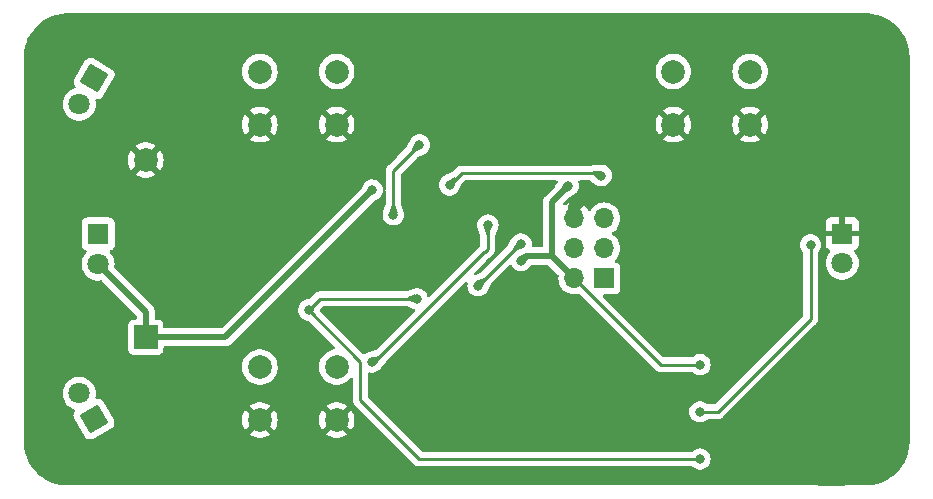
<source format=gbl>
G04 #@! TF.GenerationSoftware,KiCad,Pcbnew,8.0.2*
G04 #@! TF.CreationDate,2024-06-09T12:52:47+02:00*
G04 #@! TF.ProjectId,Remote,52656d6f-7465-42e6-9b69-6361645f7063,rev?*
G04 #@! TF.SameCoordinates,Original*
G04 #@! TF.FileFunction,Copper,L2,Bot*
G04 #@! TF.FilePolarity,Positive*
%FSLAX46Y46*%
G04 Gerber Fmt 4.6, Leading zero omitted, Abs format (unit mm)*
G04 Created by KiCad (PCBNEW 8.0.2) date 2024-06-09 12:52:47*
%MOMM*%
%LPD*%
G01*
G04 APERTURE LIST*
G04 Aperture macros list*
%AMRotRect*
0 Rectangle, with rotation*
0 The origin of the aperture is its center*
0 $1 length*
0 $2 width*
0 $3 Rotation angle, in degrees counterclockwise*
0 Add horizontal line*
21,1,$1,$2,0,0,$3*%
G04 Aperture macros list end*
G04 #@! TA.AperFunction,ComponentPad*
%ADD10R,1.700000X1.700000*%
G04 #@! TD*
G04 #@! TA.AperFunction,ComponentPad*
%ADD11O,1.700000X1.700000*%
G04 #@! TD*
G04 #@! TA.AperFunction,ComponentPad*
%ADD12C,0.800000*%
G04 #@! TD*
G04 #@! TA.AperFunction,ComponentPad*
%ADD13C,6.400000*%
G04 #@! TD*
G04 #@! TA.AperFunction,ComponentPad*
%ADD14RotRect,1.800000X1.800000X240.000000*%
G04 #@! TD*
G04 #@! TA.AperFunction,ComponentPad*
%ADD15C,1.800000*%
G04 #@! TD*
G04 #@! TA.AperFunction,ComponentPad*
%ADD16RotRect,1.800000X1.800000X300.000000*%
G04 #@! TD*
G04 #@! TA.AperFunction,ComponentPad*
%ADD17C,2.000000*%
G04 #@! TD*
G04 #@! TA.AperFunction,ComponentPad*
%ADD18R,1.800000X1.800000*%
G04 #@! TD*
G04 #@! TA.AperFunction,ComponentPad*
%ADD19R,2.000000X2.000000*%
G04 #@! TD*
G04 #@! TA.AperFunction,ViaPad*
%ADD20C,0.800000*%
G04 #@! TD*
G04 #@! TA.AperFunction,Conductor*
%ADD21C,0.500000*%
G04 #@! TD*
G04 #@! TA.AperFunction,Conductor*
%ADD22C,0.250000*%
G04 #@! TD*
G04 #@! TA.AperFunction,Conductor*
%ADD23C,1.000000*%
G04 #@! TD*
G04 APERTURE END LIST*
D10*
X126405000Y-77685000D03*
D11*
X123865000Y-77685000D03*
X126405000Y-75145000D03*
X123865000Y-75145000D03*
X126405000Y-72605000D03*
X123865000Y-72605000D03*
D12*
X146095000Y-58984000D03*
X146797944Y-57286944D03*
X146797944Y-60681056D03*
X148495000Y-56584000D03*
D13*
X148495000Y-58984000D03*
D12*
X148495000Y-61384000D03*
X150192056Y-57286944D03*
X150192056Y-60681056D03*
X150895000Y-58984000D03*
D14*
X83215000Y-60743469D03*
D15*
X81945000Y-62943174D03*
D12*
X146095000Y-91484000D03*
X146797944Y-89786944D03*
X146797944Y-93181056D03*
X148495000Y-89084000D03*
D13*
X148495000Y-91484000D03*
D12*
X148495000Y-93884000D03*
X150192056Y-89786944D03*
X150192056Y-93181056D03*
X150895000Y-91484000D03*
D16*
X83195001Y-89591064D03*
D15*
X81945000Y-87426000D03*
D17*
X132245000Y-60176000D03*
X138745000Y-60176000D03*
X132245000Y-64676000D03*
X138745000Y-64676000D03*
D18*
X83545000Y-73926000D03*
D15*
X83545000Y-76466000D03*
D17*
X97245000Y-85176000D03*
X103745000Y-85176000D03*
X97245000Y-89676000D03*
X103745000Y-89676000D03*
X97245000Y-60176000D03*
X103745000Y-60176000D03*
X97245000Y-64676000D03*
X103745000Y-64676000D03*
D18*
X146545000Y-73890000D03*
D15*
X146545000Y-76390000D03*
D19*
X87580000Y-82671000D03*
D17*
X87580000Y-67681000D03*
D20*
X123357000Y-69826000D03*
X134495000Y-84984000D03*
X119355002Y-76176000D03*
X106760500Y-70207000D03*
X113745000Y-73976000D03*
X112943000Y-67667000D03*
X108101786Y-75579069D03*
X83545000Y-78589000D03*
X83545000Y-71731000D03*
X107355000Y-77573000D03*
X107990000Y-80748000D03*
X111673000Y-77547600D03*
X120145000Y-77976000D03*
X106745000Y-84776000D03*
X116545000Y-73176000D03*
X113304525Y-69776000D03*
X126145000Y-68976000D03*
X134495000Y-92984000D03*
X101370000Y-80367000D03*
X110545000Y-79410000D03*
X134495000Y-88984000D03*
X108531957Y-72297751D03*
X110745000Y-66376000D03*
X143870000Y-74859000D03*
X115706007Y-78317712D03*
X119355002Y-74779000D03*
D21*
X94296500Y-82671000D02*
X87580000Y-82671000D01*
X121945000Y-71238000D02*
X121945000Y-75765000D01*
D22*
X131164000Y-84984000D02*
X123865000Y-77685000D01*
D21*
X123357000Y-69826000D02*
X121945000Y-71238000D01*
X87580000Y-80501000D02*
X87580000Y-82671000D01*
X119355002Y-76176000D02*
X119766002Y-75765000D01*
X121945000Y-75765000D02*
X123865000Y-77685000D01*
D22*
X134495000Y-84984000D02*
X131164000Y-84984000D01*
D21*
X106760500Y-70207000D02*
X94296500Y-82671000D01*
X119766002Y-75765000D02*
X121945000Y-75765000D01*
X83545000Y-76466000D02*
X87580000Y-80501000D01*
D23*
X123865000Y-72605000D02*
X123865000Y-71656000D01*
X123865000Y-71656000D02*
X124545000Y-70976000D01*
D22*
X115820000Y-75901000D02*
X115820000Y-75875695D01*
X116244695Y-75451000D02*
X116270000Y-75451000D01*
X116545000Y-75176000D02*
X116545000Y-73176000D01*
X106945000Y-84776000D02*
X115820000Y-75901000D01*
X106745000Y-84776000D02*
X106945000Y-84776000D01*
X115820000Y-75875695D02*
X116244695Y-75451000D01*
X116270000Y-75451000D02*
X116545000Y-75176000D01*
X125924783Y-68755783D02*
X126145000Y-68976000D01*
X113304525Y-69776000D02*
X114324742Y-68755783D01*
X114324742Y-68755783D02*
X125924783Y-68755783D01*
X105745000Y-87984000D02*
X110745000Y-92984000D01*
X101370000Y-80367000D02*
X102327000Y-79410000D01*
X110745000Y-92984000D02*
X134495000Y-92984000D01*
X101370000Y-80367000D02*
X105745000Y-84742000D01*
X102327000Y-79410000D02*
X110545000Y-79410000D01*
X105745000Y-84742000D02*
X105745000Y-87984000D01*
X134495000Y-88984000D02*
X135995000Y-88984000D01*
X135995000Y-88984000D02*
X143870000Y-81109000D01*
X110745000Y-66376000D02*
X108531957Y-68589043D01*
X108531957Y-68589043D02*
X108531957Y-72297751D01*
X143870000Y-81109000D02*
X143870000Y-74859000D01*
X119244719Y-74779000D02*
X115706007Y-78317712D01*
X119355002Y-74779000D02*
X119244719Y-74779000D01*
G04 #@! TA.AperFunction,Conductor*
G36*
X152245000Y-91483217D02*
G01*
X152244989Y-91484840D01*
X152242504Y-91674703D01*
X152241836Y-91686041D01*
X152202051Y-92064573D01*
X152200020Y-92077393D01*
X152121058Y-92448877D01*
X152117699Y-92461414D01*
X152000337Y-92822619D01*
X151995686Y-92834736D01*
X151841209Y-93181697D01*
X151835316Y-93193262D01*
X151645421Y-93522171D01*
X151638352Y-93533056D01*
X151415118Y-93840311D01*
X151406950Y-93850398D01*
X151152818Y-94132640D01*
X151143640Y-94141818D01*
X150861398Y-94395950D01*
X150851311Y-94404118D01*
X150544056Y-94627352D01*
X150533171Y-94634421D01*
X150204262Y-94824316D01*
X150192697Y-94830209D01*
X149845736Y-94984686D01*
X149833619Y-94989337D01*
X149472414Y-95106699D01*
X149459877Y-95110058D01*
X149088393Y-95189020D01*
X149075574Y-95191051D01*
X148992784Y-95199753D01*
X148980750Y-95200429D01*
X144604473Y-95233180D01*
X144537288Y-95213997D01*
X144515864Y-95196864D01*
X144495000Y-95176000D01*
X144495000Y-86734000D01*
X152245000Y-86734000D01*
X152245000Y-91483217D01*
G37*
G04 #@! TD.AperFunction*
G04 #@! TA.AperFunction,Conductor*
G36*
X144495000Y-63734000D02*
G01*
X152245000Y-63676000D01*
X152245000Y-86734000D01*
X144495000Y-86734000D01*
X144495000Y-95176000D01*
X80353381Y-95176000D01*
X80327600Y-95173290D01*
X80030122Y-95110058D01*
X80017585Y-95106699D01*
X79656380Y-94989337D01*
X79644263Y-94984686D01*
X79297302Y-94830209D01*
X79285737Y-94824316D01*
X78956828Y-94634421D01*
X78945943Y-94627352D01*
X78638688Y-94404118D01*
X78628601Y-94395950D01*
X78346359Y-94141818D01*
X78337181Y-94132640D01*
X78083049Y-93850398D01*
X78074881Y-93840311D01*
X78022451Y-93768148D01*
X77851645Y-93533053D01*
X77844578Y-93522171D01*
X77814376Y-93469859D01*
X77654679Y-93193255D01*
X77648794Y-93181705D01*
X77494313Y-92834736D01*
X77489662Y-92822619D01*
X77372300Y-92461414D01*
X77368941Y-92448877D01*
X77345546Y-92338815D01*
X77289978Y-92077391D01*
X77287948Y-92064573D01*
X77267633Y-91871287D01*
X77248162Y-91686029D01*
X77247495Y-91674713D01*
X77245011Y-91484839D01*
X77245000Y-91483217D01*
X77245000Y-87425993D01*
X80539700Y-87425993D01*
X80539700Y-87426006D01*
X80558864Y-87657297D01*
X80558866Y-87657308D01*
X80615842Y-87882300D01*
X80709075Y-88094848D01*
X80836016Y-88289147D01*
X80836019Y-88289151D01*
X80836021Y-88289153D01*
X80993216Y-88459913D01*
X80993219Y-88459915D01*
X80993222Y-88459918D01*
X81176365Y-88602464D01*
X81176371Y-88602468D01*
X81176374Y-88602470D01*
X81380497Y-88712936D01*
X81432206Y-88730687D01*
X81514273Y-88758862D01*
X81571288Y-88799248D01*
X81597419Y-88864047D01*
X81584367Y-88932687D01*
X81569629Y-88955092D01*
X81533815Y-88998467D01*
X81533813Y-88998469D01*
X81477162Y-89130764D01*
X81477161Y-89130767D01*
X81460073Y-89273673D01*
X81460074Y-89273675D01*
X81483939Y-89415599D01*
X81483940Y-89415603D01*
X81483941Y-89415604D01*
X81505221Y-89463708D01*
X81508198Y-89470436D01*
X82456064Y-91112188D01*
X82491423Y-91160615D01*
X82602404Y-91252249D01*
X82602406Y-91252251D01*
X82734701Y-91308902D01*
X82734704Y-91308903D01*
X82734707Y-91308904D01*
X82855152Y-91323305D01*
X82877610Y-91325991D01*
X82877610Y-91325990D01*
X82877611Y-91325991D01*
X82996737Y-91305958D01*
X83019536Y-91302125D01*
X83019536Y-91302124D01*
X83019541Y-91302124D01*
X83074369Y-91277869D01*
X84716132Y-90329996D01*
X84764552Y-90294641D01*
X84856187Y-90183660D01*
X84912841Y-90051358D01*
X84929928Y-89908454D01*
X84906061Y-89766524D01*
X84881806Y-89711696D01*
X84861193Y-89675994D01*
X95739859Y-89675994D01*
X95739859Y-89676005D01*
X95760385Y-89923729D01*
X95760387Y-89923738D01*
X95821412Y-90164717D01*
X95921266Y-90392364D01*
X96021564Y-90545882D01*
X96721212Y-89846234D01*
X96732482Y-89888292D01*
X96804890Y-90013708D01*
X96907292Y-90116110D01*
X97032708Y-90188518D01*
X97074765Y-90199787D01*
X96374942Y-90899609D01*
X96421768Y-90936055D01*
X96421770Y-90936056D01*
X96640385Y-91054364D01*
X96640396Y-91054369D01*
X96875506Y-91135083D01*
X97120707Y-91176000D01*
X97369293Y-91176000D01*
X97614493Y-91135083D01*
X97849603Y-91054369D01*
X97849614Y-91054364D01*
X98068228Y-90936057D01*
X98068231Y-90936055D01*
X98115056Y-90899609D01*
X97415234Y-90199787D01*
X97457292Y-90188518D01*
X97582708Y-90116110D01*
X97685110Y-90013708D01*
X97757518Y-89888292D01*
X97768787Y-89846235D01*
X98468434Y-90545882D01*
X98568731Y-90392369D01*
X98668587Y-90164717D01*
X98729612Y-89923738D01*
X98729614Y-89923729D01*
X98750141Y-89676005D01*
X98750141Y-89675994D01*
X102239859Y-89675994D01*
X102239859Y-89676005D01*
X102260385Y-89923729D01*
X102260387Y-89923738D01*
X102321412Y-90164717D01*
X102421266Y-90392364D01*
X102521564Y-90545882D01*
X103221212Y-89846234D01*
X103232482Y-89888292D01*
X103304890Y-90013708D01*
X103407292Y-90116110D01*
X103532708Y-90188518D01*
X103574765Y-90199787D01*
X102874942Y-90899609D01*
X102921768Y-90936055D01*
X102921770Y-90936056D01*
X103140385Y-91054364D01*
X103140396Y-91054369D01*
X103375506Y-91135083D01*
X103620707Y-91176000D01*
X103869293Y-91176000D01*
X104114493Y-91135083D01*
X104349603Y-91054369D01*
X104349614Y-91054364D01*
X104568228Y-90936057D01*
X104568231Y-90936055D01*
X104615056Y-90899609D01*
X103915234Y-90199787D01*
X103957292Y-90188518D01*
X104082708Y-90116110D01*
X104185110Y-90013708D01*
X104257518Y-89888292D01*
X104268787Y-89846235D01*
X104968434Y-90545882D01*
X105068731Y-90392369D01*
X105168587Y-90164717D01*
X105229612Y-89923738D01*
X105229614Y-89923729D01*
X105250141Y-89676005D01*
X105250141Y-89675994D01*
X105229614Y-89428270D01*
X105229612Y-89428261D01*
X105168587Y-89187282D01*
X105068731Y-88959630D01*
X104968434Y-88806116D01*
X104268787Y-89505764D01*
X104257518Y-89463708D01*
X104185110Y-89338292D01*
X104082708Y-89235890D01*
X103957292Y-89163482D01*
X103915235Y-89152212D01*
X104615057Y-88452390D01*
X104615056Y-88452389D01*
X104568229Y-88415943D01*
X104349614Y-88297635D01*
X104349603Y-88297630D01*
X104114493Y-88216916D01*
X103869293Y-88176000D01*
X103620707Y-88176000D01*
X103375506Y-88216916D01*
X103140396Y-88297630D01*
X103140390Y-88297632D01*
X102921761Y-88415949D01*
X102874942Y-88452388D01*
X102874942Y-88452390D01*
X103574765Y-89152212D01*
X103532708Y-89163482D01*
X103407292Y-89235890D01*
X103304890Y-89338292D01*
X103232482Y-89463708D01*
X103221212Y-89505764D01*
X102521564Y-88806116D01*
X102421267Y-88959632D01*
X102321412Y-89187282D01*
X102260387Y-89428261D01*
X102260385Y-89428270D01*
X102239859Y-89675994D01*
X98750141Y-89675994D01*
X98729614Y-89428270D01*
X98729612Y-89428261D01*
X98668587Y-89187282D01*
X98568731Y-88959630D01*
X98468434Y-88806116D01*
X97768787Y-89505764D01*
X97757518Y-89463708D01*
X97685110Y-89338292D01*
X97582708Y-89235890D01*
X97457292Y-89163482D01*
X97415235Y-89152212D01*
X98115057Y-88452390D01*
X98115056Y-88452389D01*
X98068229Y-88415943D01*
X97849614Y-88297635D01*
X97849603Y-88297630D01*
X97614493Y-88216916D01*
X97369293Y-88176000D01*
X97120707Y-88176000D01*
X96875506Y-88216916D01*
X96640396Y-88297630D01*
X96640390Y-88297632D01*
X96421761Y-88415949D01*
X96374942Y-88452388D01*
X96374942Y-88452390D01*
X97074765Y-89152212D01*
X97032708Y-89163482D01*
X96907292Y-89235890D01*
X96804890Y-89338292D01*
X96732482Y-89463708D01*
X96721212Y-89505764D01*
X96021564Y-88806116D01*
X95921267Y-88959632D01*
X95821412Y-89187282D01*
X95760387Y-89428261D01*
X95760385Y-89428270D01*
X95739859Y-89675994D01*
X84861193Y-89675994D01*
X84543654Y-89126000D01*
X83933937Y-88069939D01*
X83898578Y-88021512D01*
X83787597Y-87929878D01*
X83787595Y-87929876D01*
X83655300Y-87873225D01*
X83655297Y-87873224D01*
X83512391Y-87856136D01*
X83512385Y-87856137D01*
X83457904Y-87865298D01*
X83388529Y-87857003D01*
X83334652Y-87812517D01*
X83313378Y-87745964D01*
X83317138Y-87712573D01*
X83331132Y-87657313D01*
X83331135Y-87657297D01*
X83350300Y-87426006D01*
X83350300Y-87425993D01*
X83331135Y-87194702D01*
X83331133Y-87194691D01*
X83274157Y-86969699D01*
X83180924Y-86757151D01*
X83053983Y-86562852D01*
X83053980Y-86562849D01*
X83053979Y-86562847D01*
X82896784Y-86392087D01*
X82896779Y-86392083D01*
X82896777Y-86392081D01*
X82713634Y-86249535D01*
X82713628Y-86249531D01*
X82509504Y-86139064D01*
X82509495Y-86139061D01*
X82289984Y-86063702D01*
X82118282Y-86035050D01*
X82061049Y-86025500D01*
X81828951Y-86025500D01*
X81783164Y-86033140D01*
X81600015Y-86063702D01*
X81380504Y-86139061D01*
X81380495Y-86139064D01*
X81176371Y-86249531D01*
X81176365Y-86249535D01*
X80993222Y-86392081D01*
X80993219Y-86392084D01*
X80836016Y-86562852D01*
X80709075Y-86757151D01*
X80615842Y-86969699D01*
X80558866Y-87194691D01*
X80558864Y-87194702D01*
X80539700Y-87425993D01*
X77245000Y-87425993D01*
X77245000Y-85175994D01*
X95739357Y-85175994D01*
X95739357Y-85176005D01*
X95759890Y-85423812D01*
X95759892Y-85423824D01*
X95820936Y-85664881D01*
X95920826Y-85892606D01*
X96056833Y-86100782D01*
X96056836Y-86100785D01*
X96225256Y-86283738D01*
X96421491Y-86436474D01*
X96640190Y-86554828D01*
X96875386Y-86635571D01*
X97120665Y-86676500D01*
X97369335Y-86676500D01*
X97614614Y-86635571D01*
X97849810Y-86554828D01*
X98068509Y-86436474D01*
X98264744Y-86283738D01*
X98433164Y-86100785D01*
X98569173Y-85892607D01*
X98669063Y-85664881D01*
X98730108Y-85423821D01*
X98736036Y-85352284D01*
X98750643Y-85176005D01*
X98750643Y-85175994D01*
X98730109Y-84928187D01*
X98730107Y-84928175D01*
X98669063Y-84687118D01*
X98569173Y-84459393D01*
X98433166Y-84251217D01*
X98385877Y-84199848D01*
X98264744Y-84068262D01*
X98068509Y-83915526D01*
X98068507Y-83915525D01*
X98068506Y-83915524D01*
X97849811Y-83797172D01*
X97849802Y-83797169D01*
X97614616Y-83716429D01*
X97369335Y-83675500D01*
X97120665Y-83675500D01*
X96875383Y-83716429D01*
X96640197Y-83797169D01*
X96640188Y-83797172D01*
X96421493Y-83915524D01*
X96225257Y-84068261D01*
X96056833Y-84251217D01*
X95920826Y-84459393D01*
X95820936Y-84687118D01*
X95759892Y-84928175D01*
X95759890Y-84928187D01*
X95739357Y-85175994D01*
X77245000Y-85175994D01*
X77245000Y-76465993D01*
X82139700Y-76465993D01*
X82139700Y-76466006D01*
X82158864Y-76697297D01*
X82158866Y-76697308D01*
X82215842Y-76922300D01*
X82309075Y-77134848D01*
X82436016Y-77329147D01*
X82436019Y-77329151D01*
X82436021Y-77329153D01*
X82593216Y-77499913D01*
X82593219Y-77499915D01*
X82593222Y-77499918D01*
X82776365Y-77642464D01*
X82776371Y-77642468D01*
X82776374Y-77642470D01*
X82980497Y-77752936D01*
X83075341Y-77785496D01*
X83200015Y-77828297D01*
X83200017Y-77828297D01*
X83200019Y-77828298D01*
X83428951Y-77866500D01*
X83428952Y-77866500D01*
X83661047Y-77866500D01*
X83661049Y-77866500D01*
X83789274Y-77845102D01*
X83858635Y-77853483D01*
X83897362Y-77879730D01*
X86793181Y-80775549D01*
X86826666Y-80836872D01*
X86829500Y-80863230D01*
X86829500Y-81046500D01*
X86809815Y-81113539D01*
X86757011Y-81159294D01*
X86705501Y-81170500D01*
X86532130Y-81170500D01*
X86532123Y-81170501D01*
X86472516Y-81176908D01*
X86337671Y-81227202D01*
X86337664Y-81227206D01*
X86222455Y-81313452D01*
X86222452Y-81313455D01*
X86136206Y-81428664D01*
X86136202Y-81428671D01*
X86085908Y-81563517D01*
X86079501Y-81623116D01*
X86079501Y-81623123D01*
X86079500Y-81623135D01*
X86079500Y-83718870D01*
X86079501Y-83718876D01*
X86085908Y-83778483D01*
X86136202Y-83913328D01*
X86136206Y-83913335D01*
X86222452Y-84028544D01*
X86222455Y-84028547D01*
X86337664Y-84114793D01*
X86337671Y-84114797D01*
X86472517Y-84165091D01*
X86472516Y-84165091D01*
X86479444Y-84165835D01*
X86532127Y-84171500D01*
X88627872Y-84171499D01*
X88687483Y-84165091D01*
X88822331Y-84114796D01*
X88937546Y-84028546D01*
X89023796Y-83913331D01*
X89074091Y-83778483D01*
X89080500Y-83718873D01*
X89080500Y-83545500D01*
X89100185Y-83478461D01*
X89152989Y-83432706D01*
X89204500Y-83421500D01*
X94370420Y-83421500D01*
X94467962Y-83402096D01*
X94515413Y-83392658D01*
X94651995Y-83336084D01*
X94701229Y-83303186D01*
X94774916Y-83253952D01*
X97661868Y-80367000D01*
X100464540Y-80367000D01*
X100484326Y-80555256D01*
X100484327Y-80555259D01*
X100542818Y-80735277D01*
X100542821Y-80735284D01*
X100637467Y-80899216D01*
X100764129Y-81039888D01*
X100917265Y-81151148D01*
X100917270Y-81151151D01*
X101090192Y-81228142D01*
X101090197Y-81228144D01*
X101275354Y-81267500D01*
X101334548Y-81267500D01*
X101401587Y-81287185D01*
X101422228Y-81303818D01*
X103598795Y-83480386D01*
X103632279Y-83541707D01*
X103627295Y-83611399D01*
X103585423Y-83667332D01*
X103531523Y-83690374D01*
X103375382Y-83716429D01*
X103140197Y-83797169D01*
X103140188Y-83797172D01*
X102921493Y-83915524D01*
X102725257Y-84068261D01*
X102556833Y-84251217D01*
X102420826Y-84459393D01*
X102320936Y-84687118D01*
X102259892Y-84928175D01*
X102259890Y-84928187D01*
X102239357Y-85175994D01*
X102239357Y-85176005D01*
X102259890Y-85423812D01*
X102259892Y-85423824D01*
X102320936Y-85664881D01*
X102420826Y-85892606D01*
X102556833Y-86100782D01*
X102556836Y-86100785D01*
X102725256Y-86283738D01*
X102921491Y-86436474D01*
X103140190Y-86554828D01*
X103375386Y-86635571D01*
X103620665Y-86676500D01*
X103869335Y-86676500D01*
X104114614Y-86635571D01*
X104349810Y-86554828D01*
X104568509Y-86436474D01*
X104764744Y-86283738D01*
X104904272Y-86132169D01*
X104964157Y-86096181D01*
X105033995Y-86098281D01*
X105091611Y-86137805D01*
X105118713Y-86202204D01*
X105119500Y-86216154D01*
X105119500Y-88045606D01*
X105129295Y-88094849D01*
X105143104Y-88164278D01*
X105143537Y-88166453D01*
X105143537Y-88166454D01*
X105190685Y-88280281D01*
X105190688Y-88280286D01*
X105211284Y-88311109D01*
X105211285Y-88311112D01*
X105211286Y-88311112D01*
X105259141Y-88382732D01*
X105259144Y-88382736D01*
X105350586Y-88474178D01*
X105350608Y-88474198D01*
X110256016Y-93379606D01*
X110256045Y-93379637D01*
X110346263Y-93469855D01*
X110346267Y-93469858D01*
X110415647Y-93516216D01*
X110448715Y-93538312D01*
X110512504Y-93564734D01*
X110562548Y-93585463D01*
X110622971Y-93597481D01*
X110683393Y-93609500D01*
X110683394Y-93609500D01*
X133791252Y-93609500D01*
X133858291Y-93629185D01*
X133883400Y-93650526D01*
X133889126Y-93656885D01*
X133889130Y-93656889D01*
X134042265Y-93768148D01*
X134042270Y-93768151D01*
X134215192Y-93845142D01*
X134215197Y-93845144D01*
X134400354Y-93884500D01*
X134400355Y-93884500D01*
X134589644Y-93884500D01*
X134589646Y-93884500D01*
X134774803Y-93845144D01*
X134947730Y-93768151D01*
X135100871Y-93656888D01*
X135227533Y-93516216D01*
X135322179Y-93352284D01*
X135380674Y-93172256D01*
X135400460Y-92984000D01*
X135380674Y-92795744D01*
X135322179Y-92615716D01*
X135227533Y-92451784D01*
X135100871Y-92311112D01*
X135100870Y-92311111D01*
X134947734Y-92199851D01*
X134947729Y-92199848D01*
X134774807Y-92122857D01*
X134774802Y-92122855D01*
X134629001Y-92091865D01*
X134589646Y-92083500D01*
X134400354Y-92083500D01*
X134367897Y-92090398D01*
X134215197Y-92122855D01*
X134215192Y-92122857D01*
X134042270Y-92199848D01*
X134042265Y-92199851D01*
X133889130Y-92311110D01*
X133889126Y-92311114D01*
X133883400Y-92317474D01*
X133823913Y-92354121D01*
X133791252Y-92358500D01*
X111055452Y-92358500D01*
X110988413Y-92338815D01*
X110967771Y-92322181D01*
X107629590Y-88984000D01*
X133589540Y-88984000D01*
X133609326Y-89172256D01*
X133609327Y-89172259D01*
X133667818Y-89352277D01*
X133667821Y-89352284D01*
X133762467Y-89516216D01*
X133866230Y-89631456D01*
X133889129Y-89656888D01*
X134042265Y-89768148D01*
X134042270Y-89768151D01*
X134215192Y-89845142D01*
X134215197Y-89845144D01*
X134400354Y-89884500D01*
X134400355Y-89884500D01*
X134589644Y-89884500D01*
X134589646Y-89884500D01*
X134774803Y-89845144D01*
X134947730Y-89768151D01*
X135100871Y-89656888D01*
X135103788Y-89653647D01*
X135106600Y-89650526D01*
X135166087Y-89613879D01*
X135198748Y-89609500D01*
X136056607Y-89609500D01*
X136117029Y-89597481D01*
X136177452Y-89585463D01*
X136227496Y-89564734D01*
X136291286Y-89538312D01*
X136342509Y-89504084D01*
X136393733Y-89469858D01*
X136480858Y-89382733D01*
X136480859Y-89382731D01*
X136487925Y-89375665D01*
X136487928Y-89375661D01*
X144268729Y-81594860D01*
X144268733Y-81594858D01*
X144355858Y-81507733D01*
X144424311Y-81405286D01*
X144424312Y-81405285D01*
X144424313Y-81405282D01*
X144424315Y-81405279D01*
X144434672Y-81380272D01*
X144471463Y-81291451D01*
X144495500Y-81170607D01*
X144495500Y-81047393D01*
X144495500Y-76389993D01*
X145139700Y-76389993D01*
X145139700Y-76390006D01*
X145158864Y-76621297D01*
X145158866Y-76621308D01*
X145215842Y-76846300D01*
X145309075Y-77058848D01*
X145436016Y-77253147D01*
X145436019Y-77253151D01*
X145436021Y-77253153D01*
X145593216Y-77423913D01*
X145593219Y-77423915D01*
X145593222Y-77423918D01*
X145776365Y-77566464D01*
X145776371Y-77566468D01*
X145776374Y-77566470D01*
X145980497Y-77676936D01*
X146094487Y-77716068D01*
X146200015Y-77752297D01*
X146200017Y-77752297D01*
X146200019Y-77752298D01*
X146428951Y-77790500D01*
X146428952Y-77790500D01*
X146661048Y-77790500D01*
X146661049Y-77790500D01*
X146889981Y-77752298D01*
X147109503Y-77676936D01*
X147313626Y-77566470D01*
X147496784Y-77423913D01*
X147653979Y-77253153D01*
X147780924Y-77058849D01*
X147874157Y-76846300D01*
X147931134Y-76621305D01*
X147933507Y-76592669D01*
X147950300Y-76390006D01*
X147950300Y-76389993D01*
X147931135Y-76158702D01*
X147931133Y-76158691D01*
X147874157Y-75933699D01*
X147780924Y-75721151D01*
X147653983Y-75526852D01*
X147653980Y-75526849D01*
X147653979Y-75526847D01*
X147586241Y-75453264D01*
X147555321Y-75390612D01*
X147563181Y-75321186D01*
X147607329Y-75267031D01*
X147634140Y-75253102D01*
X147687086Y-75233354D01*
X147687093Y-75233350D01*
X147802187Y-75147190D01*
X147802190Y-75147187D01*
X147888350Y-75032093D01*
X147888354Y-75032086D01*
X147938596Y-74897379D01*
X147938598Y-74897372D01*
X147944999Y-74837844D01*
X147945000Y-74837827D01*
X147945000Y-74140000D01*
X146920278Y-74140000D01*
X146964333Y-74063694D01*
X146995000Y-73949244D01*
X146995000Y-73830756D01*
X146964333Y-73716306D01*
X146920278Y-73640000D01*
X147945000Y-73640000D01*
X147945000Y-72942172D01*
X147944999Y-72942155D01*
X147938598Y-72882627D01*
X147938596Y-72882620D01*
X147888354Y-72747913D01*
X147888350Y-72747906D01*
X147802190Y-72632812D01*
X147802187Y-72632809D01*
X147687093Y-72546649D01*
X147687086Y-72546645D01*
X147552379Y-72496403D01*
X147552372Y-72496401D01*
X147492844Y-72490000D01*
X146795000Y-72490000D01*
X146795000Y-73514722D01*
X146718694Y-73470667D01*
X146604244Y-73440000D01*
X146485756Y-73440000D01*
X146371306Y-73470667D01*
X146295000Y-73514722D01*
X146295000Y-72490000D01*
X145597155Y-72490000D01*
X145537627Y-72496401D01*
X145537620Y-72496403D01*
X145402913Y-72546645D01*
X145402906Y-72546649D01*
X145287812Y-72632809D01*
X145287809Y-72632812D01*
X145201649Y-72747906D01*
X145201645Y-72747913D01*
X145151403Y-72882620D01*
X145151401Y-72882627D01*
X145145000Y-72942155D01*
X145145000Y-73640000D01*
X146169722Y-73640000D01*
X146125667Y-73716306D01*
X146095000Y-73830756D01*
X146095000Y-73949244D01*
X146125667Y-74063694D01*
X146169722Y-74140000D01*
X145145000Y-74140000D01*
X145145000Y-74837844D01*
X145151401Y-74897372D01*
X145151403Y-74897379D01*
X145201645Y-75032086D01*
X145201649Y-75032093D01*
X145287809Y-75147187D01*
X145287812Y-75147190D01*
X145402906Y-75233350D01*
X145402913Y-75233354D01*
X145455859Y-75253102D01*
X145511793Y-75294973D01*
X145536210Y-75360438D01*
X145521358Y-75428711D01*
X145503757Y-75453265D01*
X145436021Y-75526847D01*
X145436019Y-75526848D01*
X145436016Y-75526853D01*
X145309075Y-75721151D01*
X145215842Y-75933699D01*
X145158866Y-76158691D01*
X145158864Y-76158702D01*
X145139700Y-76389993D01*
X144495500Y-76389993D01*
X144495500Y-75557687D01*
X144515185Y-75490648D01*
X144527350Y-75474715D01*
X144546662Y-75453266D01*
X144602533Y-75391216D01*
X144697179Y-75227284D01*
X144755674Y-75047256D01*
X144775460Y-74859000D01*
X144755674Y-74670744D01*
X144697179Y-74490716D01*
X144602533Y-74326784D01*
X144475871Y-74186112D01*
X144466841Y-74179551D01*
X144322734Y-74074851D01*
X144322729Y-74074848D01*
X144149807Y-73997857D01*
X144149802Y-73997855D01*
X144004001Y-73966865D01*
X143964646Y-73958500D01*
X143775354Y-73958500D01*
X143742897Y-73965398D01*
X143590197Y-73997855D01*
X143590192Y-73997857D01*
X143417270Y-74074848D01*
X143417265Y-74074851D01*
X143264129Y-74186111D01*
X143137466Y-74326785D01*
X143042821Y-74490715D01*
X143042818Y-74490722D01*
X142984327Y-74670740D01*
X142984326Y-74670744D01*
X142964540Y-74859000D01*
X142984326Y-75047256D01*
X142984327Y-75047259D01*
X143042818Y-75227277D01*
X143042821Y-75227284D01*
X143137467Y-75391216D01*
X143171228Y-75428711D01*
X143212650Y-75474715D01*
X143242880Y-75537706D01*
X143244500Y-75557687D01*
X143244500Y-80798548D01*
X143224815Y-80865587D01*
X143208181Y-80886229D01*
X135772229Y-88322181D01*
X135710906Y-88355666D01*
X135684548Y-88358500D01*
X135198748Y-88358500D01*
X135131709Y-88338815D01*
X135106600Y-88317474D01*
X135100871Y-88311112D01*
X135100869Y-88311110D01*
X134947734Y-88199851D01*
X134947729Y-88199848D01*
X134774807Y-88122857D01*
X134774802Y-88122855D01*
X134629001Y-88091865D01*
X134589646Y-88083500D01*
X134400354Y-88083500D01*
X134367897Y-88090398D01*
X134215197Y-88122855D01*
X134215192Y-88122857D01*
X134042270Y-88199848D01*
X134042265Y-88199851D01*
X133889129Y-88311111D01*
X133762466Y-88451785D01*
X133667821Y-88615715D01*
X133667818Y-88615722D01*
X133611745Y-88788298D01*
X133609326Y-88795744D01*
X133589540Y-88984000D01*
X107629590Y-88984000D01*
X106406819Y-87761229D01*
X106373334Y-87699906D01*
X106370500Y-87673548D01*
X106370500Y-85770142D01*
X106390185Y-85703103D01*
X106442989Y-85657348D01*
X106512147Y-85647404D01*
X106520270Y-85648850D01*
X106650354Y-85676500D01*
X106650355Y-85676500D01*
X106839644Y-85676500D01*
X106839646Y-85676500D01*
X107024803Y-85637144D01*
X107197730Y-85560151D01*
X107350871Y-85448888D01*
X107477533Y-85308216D01*
X107506434Y-85258157D01*
X107512472Y-85248712D01*
X107878089Y-84730065D01*
X107891746Y-84713842D01*
X114620780Y-77984810D01*
X114682102Y-77951326D01*
X114751794Y-77956310D01*
X114807727Y-77998182D01*
X114832144Y-78063646D01*
X114826392Y-78110808D01*
X114820333Y-78129453D01*
X114820333Y-78129456D01*
X114800547Y-78317712D01*
X114820333Y-78505968D01*
X114820334Y-78505971D01*
X114878825Y-78685989D01*
X114878828Y-78685996D01*
X114973474Y-78849928D01*
X115071594Y-78958901D01*
X115100136Y-78990600D01*
X115253272Y-79101860D01*
X115253277Y-79101863D01*
X115426199Y-79178854D01*
X115426204Y-79178856D01*
X115611361Y-79218212D01*
X115611362Y-79218212D01*
X115800651Y-79218212D01*
X115800653Y-79218212D01*
X115985810Y-79178856D01*
X116158737Y-79101863D01*
X116311878Y-78990600D01*
X116438540Y-78849928D01*
X116533186Y-78685996D01*
X116533189Y-78685984D01*
X116535826Y-78680064D01*
X116535982Y-78680133D01*
X116539243Y-78672521D01*
X116539132Y-78672471D01*
X116617170Y-78499571D01*
X116779324Y-78140309D01*
X116804659Y-78103648D01*
X118353602Y-76554706D01*
X118414923Y-76521223D01*
X118484615Y-76526207D01*
X118540548Y-76568079D01*
X118548668Y-76580389D01*
X118622469Y-76708216D01*
X118717357Y-76813599D01*
X118749131Y-76848888D01*
X118902267Y-76960148D01*
X118902272Y-76960151D01*
X119075194Y-77037142D01*
X119075199Y-77037144D01*
X119260356Y-77076500D01*
X119260357Y-77076500D01*
X119449646Y-77076500D01*
X119449648Y-77076500D01*
X119634805Y-77037144D01*
X119807732Y-76960151D01*
X119960873Y-76848888D01*
X119963204Y-76846300D01*
X120014273Y-76789581D01*
X120018416Y-76784979D01*
X120024714Y-76778478D01*
X120044248Y-76759743D01*
X120062038Y-76736982D01*
X120067590Y-76730366D01*
X120087535Y-76708216D01*
X120091705Y-76700991D01*
X120101392Y-76686631D01*
X120197919Y-76563137D01*
X120254713Y-76522440D01*
X120295616Y-76515500D01*
X121582770Y-76515500D01*
X121649809Y-76535185D01*
X121670451Y-76551819D01*
X122492130Y-77373498D01*
X122525615Y-77434821D01*
X122527977Y-77471986D01*
X122509341Y-77684997D01*
X122509341Y-77685000D01*
X122529936Y-77920403D01*
X122529938Y-77920413D01*
X122591094Y-78148655D01*
X122591096Y-78148659D01*
X122591097Y-78148663D01*
X122669926Y-78317712D01*
X122690965Y-78362830D01*
X122690967Y-78362834D01*
X122799281Y-78517521D01*
X122826505Y-78556401D01*
X122993599Y-78723495D01*
X123080723Y-78784500D01*
X123187165Y-78859032D01*
X123187167Y-78859033D01*
X123187170Y-78859035D01*
X123401337Y-78958903D01*
X123629592Y-79020063D01*
X123809634Y-79035815D01*
X123864999Y-79040659D01*
X123865000Y-79040659D01*
X123865001Y-79040659D01*
X123920366Y-79035815D01*
X124100408Y-79020063D01*
X124200873Y-78993143D01*
X124270722Y-78994806D01*
X124320647Y-79025237D01*
X130675016Y-85379606D01*
X130675045Y-85379637D01*
X130765263Y-85469855D01*
X130765267Y-85469858D01*
X130834647Y-85516216D01*
X130867715Y-85538312D01*
X130914728Y-85557785D01*
X130914729Y-85557786D01*
X130951271Y-85572922D01*
X130981548Y-85585463D01*
X131041971Y-85597481D01*
X131102393Y-85609500D01*
X131102394Y-85609500D01*
X133791252Y-85609500D01*
X133858291Y-85629185D01*
X133883400Y-85650526D01*
X133889126Y-85656885D01*
X133889130Y-85656889D01*
X134042265Y-85768148D01*
X134042270Y-85768151D01*
X134215192Y-85845142D01*
X134215197Y-85845144D01*
X134400354Y-85884500D01*
X134400355Y-85884500D01*
X134589644Y-85884500D01*
X134589646Y-85884500D01*
X134774803Y-85845144D01*
X134947730Y-85768151D01*
X135100871Y-85656888D01*
X135227533Y-85516216D01*
X135322179Y-85352284D01*
X135380674Y-85172256D01*
X135400460Y-84984000D01*
X135380674Y-84795744D01*
X135322179Y-84615716D01*
X135227533Y-84451784D01*
X135100871Y-84311112D01*
X135100870Y-84311111D01*
X134947734Y-84199851D01*
X134947729Y-84199848D01*
X134774807Y-84122857D01*
X134774802Y-84122855D01*
X134623440Y-84090683D01*
X134589646Y-84083500D01*
X134400354Y-84083500D01*
X134367897Y-84090398D01*
X134215197Y-84122855D01*
X134215192Y-84122857D01*
X134042270Y-84199848D01*
X134042265Y-84199851D01*
X133889130Y-84311110D01*
X133889126Y-84311114D01*
X133883400Y-84317474D01*
X133823913Y-84354121D01*
X133791252Y-84358500D01*
X131474452Y-84358500D01*
X131407413Y-84338815D01*
X131386771Y-84322181D01*
X126311770Y-79247180D01*
X126278285Y-79185857D01*
X126283269Y-79116165D01*
X126325141Y-79060232D01*
X126390605Y-79035815D01*
X126399451Y-79035499D01*
X127302871Y-79035499D01*
X127302872Y-79035499D01*
X127362483Y-79029091D01*
X127497331Y-78978796D01*
X127612546Y-78892546D01*
X127698796Y-78777331D01*
X127749091Y-78642483D01*
X127755500Y-78582873D01*
X127755499Y-76787128D01*
X127749091Y-76727517D01*
X127747810Y-76724083D01*
X127698797Y-76592671D01*
X127698793Y-76592664D01*
X127612547Y-76477455D01*
X127612544Y-76477452D01*
X127497335Y-76391206D01*
X127497328Y-76391202D01*
X127365917Y-76342189D01*
X127309983Y-76300318D01*
X127285566Y-76234853D01*
X127300418Y-76166580D01*
X127321563Y-76138332D01*
X127443495Y-76016401D01*
X127579035Y-75822830D01*
X127678903Y-75608663D01*
X127740063Y-75380408D01*
X127760659Y-75145000D01*
X127740063Y-74909592D01*
X127678903Y-74681337D01*
X127579035Y-74467171D01*
X127573425Y-74459158D01*
X127443494Y-74273597D01*
X127276402Y-74106506D01*
X127276396Y-74106501D01*
X127090842Y-73976575D01*
X127047217Y-73921998D01*
X127040023Y-73852500D01*
X127071546Y-73790145D01*
X127090842Y-73773425D01*
X127275608Y-73644050D01*
X127276401Y-73643495D01*
X127443495Y-73476401D01*
X127579035Y-73282830D01*
X127678903Y-73068663D01*
X127740063Y-72840408D01*
X127760659Y-72605000D01*
X127740063Y-72369592D01*
X127678903Y-72141337D01*
X127579035Y-71927171D01*
X127573731Y-71919595D01*
X127443494Y-71733597D01*
X127276402Y-71566506D01*
X127276395Y-71566501D01*
X127082834Y-71430967D01*
X127082830Y-71430965D01*
X126999632Y-71392169D01*
X126868663Y-71331097D01*
X126868659Y-71331096D01*
X126868655Y-71331094D01*
X126640413Y-71269938D01*
X126640403Y-71269936D01*
X126405001Y-71249341D01*
X126404999Y-71249341D01*
X126169596Y-71269936D01*
X126169586Y-71269938D01*
X125941344Y-71331094D01*
X125941335Y-71331098D01*
X125727171Y-71430964D01*
X125727169Y-71430965D01*
X125533597Y-71566505D01*
X125366508Y-71733594D01*
X125236269Y-71919595D01*
X125181692Y-71963219D01*
X125112193Y-71970412D01*
X125049839Y-71938890D01*
X125033119Y-71919594D01*
X124903113Y-71733926D01*
X124903108Y-71733920D01*
X124736082Y-71566894D01*
X124542578Y-71431399D01*
X124328492Y-71331570D01*
X124328486Y-71331567D01*
X124115000Y-71274364D01*
X124115000Y-72171988D01*
X124057993Y-72139075D01*
X123930826Y-72105000D01*
X123799174Y-72105000D01*
X123672007Y-72139075D01*
X123615000Y-72171988D01*
X123615000Y-71274364D01*
X123614999Y-71274364D01*
X123401513Y-71331567D01*
X123401507Y-71331570D01*
X123187422Y-71431399D01*
X123187420Y-71431400D01*
X123099379Y-71493047D01*
X123033172Y-71515374D01*
X122965405Y-71498363D01*
X122917593Y-71447415D01*
X122904915Y-71378705D01*
X122931397Y-71314049D01*
X122940566Y-71303800D01*
X123261782Y-70982584D01*
X123279431Y-70967936D01*
X123779314Y-70625912D01*
X123798889Y-70614977D01*
X123809730Y-70610151D01*
X123962871Y-70498888D01*
X124009334Y-70447284D01*
X124013298Y-70443084D01*
X124022682Y-70433601D01*
X124022683Y-70433598D01*
X124022685Y-70433597D01*
X124026186Y-70429077D01*
X124032070Y-70422033D01*
X124089533Y-70358216D01*
X124184179Y-70194284D01*
X124242674Y-70014256D01*
X124262460Y-69826000D01*
X124242674Y-69637744D01*
X124212085Y-69543601D01*
X124210090Y-69473760D01*
X124246170Y-69413927D01*
X124308871Y-69383099D01*
X124330016Y-69381283D01*
X125181913Y-69381283D01*
X125248952Y-69400968D01*
X125262520Y-69411057D01*
X125481705Y-69598601D01*
X125526890Y-69637263D01*
X125526802Y-69637365D01*
X125536802Y-69646792D01*
X125539125Y-69648883D01*
X125539129Y-69648888D01*
X125603031Y-69695315D01*
X125692265Y-69760148D01*
X125692270Y-69760151D01*
X125865192Y-69837142D01*
X125865197Y-69837144D01*
X126050354Y-69876500D01*
X126050355Y-69876500D01*
X126239644Y-69876500D01*
X126239646Y-69876500D01*
X126424803Y-69837144D01*
X126597730Y-69760151D01*
X126750871Y-69648888D01*
X126877533Y-69508216D01*
X126972179Y-69344284D01*
X127030674Y-69164256D01*
X127050460Y-68976000D01*
X127030674Y-68787744D01*
X126972179Y-68607716D01*
X126877533Y-68443784D01*
X126750871Y-68303112D01*
X126750870Y-68303111D01*
X126597734Y-68191851D01*
X126597729Y-68191848D01*
X126424807Y-68114857D01*
X126424802Y-68114855D01*
X126279001Y-68083865D01*
X126239646Y-68075500D01*
X126239645Y-68075500D01*
X126137278Y-68075500D01*
X126128933Y-68075219D01*
X126127866Y-68075147D01*
X126094345Y-68072886D01*
X126094344Y-68072886D01*
X126094343Y-68072886D01*
X126064436Y-68075147D01*
X126055088Y-68075500D01*
X126050354Y-68075500D01*
X126050350Y-68075500D01*
X126045048Y-68076058D01*
X126036868Y-68077230D01*
X125393037Y-68125901D01*
X125370008Y-68128449D01*
X125360232Y-68129531D01*
X125346599Y-68130283D01*
X114263131Y-68130283D01*
X114142297Y-68154318D01*
X114142283Y-68154322D01*
X114120431Y-68163374D01*
X114028463Y-68201467D01*
X114028450Y-68201474D01*
X113926009Y-68269924D01*
X113926005Y-68269927D01*
X113518595Y-68677337D01*
X113481927Y-68702677D01*
X112953794Y-68941055D01*
X112913061Y-68961705D01*
X112908135Y-68964816D01*
X112907819Y-68964316D01*
X112890725Y-68974515D01*
X112851796Y-68991847D01*
X112851792Y-68991849D01*
X112698654Y-69103111D01*
X112571991Y-69243785D01*
X112477346Y-69407715D01*
X112477343Y-69407722D01*
X112422893Y-69575304D01*
X112418851Y-69587744D01*
X112399065Y-69776000D01*
X112418851Y-69964256D01*
X112418852Y-69964259D01*
X112477343Y-70144277D01*
X112477346Y-70144284D01*
X112571992Y-70308216D01*
X112693408Y-70443062D01*
X112698654Y-70448888D01*
X112851790Y-70560148D01*
X112851795Y-70560151D01*
X113024717Y-70637142D01*
X113024722Y-70637144D01*
X113209879Y-70676500D01*
X113209880Y-70676500D01*
X113399169Y-70676500D01*
X113399171Y-70676500D01*
X113584328Y-70637144D01*
X113757255Y-70560151D01*
X113910396Y-70448888D01*
X114037058Y-70308216D01*
X114131704Y-70144284D01*
X114131707Y-70144272D01*
X114134344Y-70138352D01*
X114134499Y-70138421D01*
X114137760Y-70130808D01*
X114137649Y-70130758D01*
X114139469Y-70126724D01*
X114139473Y-70126719D01*
X114377843Y-69598597D01*
X114403176Y-69561938D01*
X114547515Y-69417600D01*
X114608838Y-69384117D01*
X114635195Y-69381283D01*
X122337325Y-69381283D01*
X122404364Y-69400968D01*
X122450119Y-69453772D01*
X122460063Y-69522930D01*
X122439663Y-69575304D01*
X122215061Y-69903567D01*
X122200404Y-69921227D01*
X121362050Y-70759580D01*
X121362044Y-70759588D01*
X121312812Y-70833268D01*
X121312813Y-70833269D01*
X121279921Y-70882496D01*
X121279914Y-70882508D01*
X121223342Y-71019086D01*
X121223340Y-71019092D01*
X121194500Y-71164079D01*
X121194500Y-74890500D01*
X121174815Y-74957539D01*
X121122011Y-75003294D01*
X121070500Y-75014500D01*
X120373426Y-75014500D01*
X120306387Y-74994815D01*
X120260632Y-74942011D01*
X120250105Y-74877539D01*
X120260462Y-74779000D01*
X120240676Y-74590744D01*
X120182181Y-74410716D01*
X120087535Y-74246784D01*
X119960873Y-74106112D01*
X119960872Y-74106111D01*
X119807736Y-73994851D01*
X119807731Y-73994848D01*
X119634809Y-73917857D01*
X119634804Y-73917855D01*
X119489003Y-73886865D01*
X119449648Y-73878500D01*
X119260356Y-73878500D01*
X119227899Y-73885398D01*
X119075199Y-73917855D01*
X119075194Y-73917857D01*
X118902272Y-73994848D01*
X118902267Y-73994851D01*
X118749131Y-74106111D01*
X118622468Y-74246785D01*
X118554932Y-74363757D01*
X118544738Y-74378760D01*
X118543528Y-74380287D01*
X118543516Y-74380303D01*
X118251183Y-74882143D01*
X118231718Y-74907409D01*
X115920078Y-77219049D01*
X115883410Y-77244389D01*
X115550199Y-77394787D01*
X115480997Y-77404425D01*
X115417570Y-77375120D01*
X115380056Y-77316175D01*
X115380364Y-77246306D01*
X115411503Y-77194086D01*
X116305857Y-76299734D01*
X116308096Y-76296384D01*
X116350033Y-76233618D01*
X116365446Y-76214837D01*
X116583837Y-75996447D01*
X116602619Y-75981033D01*
X116622698Y-75967616D01*
X116630200Y-75962605D01*
X116639898Y-75956124D01*
X116668733Y-75936858D01*
X116755858Y-75849733D01*
X116755858Y-75849731D01*
X116766066Y-75839524D01*
X116766066Y-75839522D01*
X117030858Y-75574733D01*
X117099312Y-75472285D01*
X117132629Y-75391849D01*
X117146463Y-75358452D01*
X117170500Y-75237606D01*
X117170500Y-74104235D01*
X117178511Y-74060389D01*
X117383390Y-73518410D01*
X117383391Y-73518406D01*
X117383394Y-73518399D01*
X117397580Y-73475054D01*
X117398016Y-73471674D01*
X117403066Y-73449221D01*
X117430672Y-73364262D01*
X117430671Y-73364262D01*
X117430674Y-73364256D01*
X117450460Y-73176000D01*
X117430674Y-72987744D01*
X117372179Y-72807716D01*
X117277533Y-72643784D01*
X117150871Y-72503112D01*
X117132824Y-72490000D01*
X116997734Y-72391851D01*
X116997729Y-72391848D01*
X116824807Y-72314857D01*
X116824802Y-72314855D01*
X116679001Y-72283865D01*
X116639646Y-72275500D01*
X116450354Y-72275500D01*
X116417897Y-72282398D01*
X116265197Y-72314855D01*
X116265192Y-72314857D01*
X116092270Y-72391848D01*
X116092265Y-72391851D01*
X115939129Y-72503111D01*
X115812466Y-72643785D01*
X115717821Y-72807715D01*
X115717818Y-72807722D01*
X115662450Y-72978128D01*
X115659326Y-72987744D01*
X115650584Y-73070925D01*
X115639540Y-73176000D01*
X115659326Y-73364256D01*
X115659328Y-73364262D01*
X115698706Y-73485458D01*
X115701823Y-73496880D01*
X115706602Y-73518389D01*
X115706607Y-73518406D01*
X115911489Y-74060390D01*
X115919500Y-74104236D01*
X115919500Y-74849725D01*
X115899815Y-74916764D01*
X115864395Y-74952824D01*
X115851488Y-74961449D01*
X115851486Y-74961451D01*
X115845959Y-74965143D01*
X115845957Y-74965145D01*
X115516131Y-75294973D01*
X115421269Y-75389835D01*
X115421267Y-75389837D01*
X115382393Y-75428711D01*
X115334140Y-75476963D01*
X115300812Y-75526843D01*
X115300807Y-75526851D01*
X115289962Y-75543079D01*
X115274546Y-75561861D01*
X111618877Y-79217530D01*
X111557554Y-79251015D01*
X111487862Y-79246031D01*
X111431929Y-79204159D01*
X111413266Y-79168170D01*
X111372179Y-79041716D01*
X111277533Y-78877784D01*
X111150871Y-78737112D01*
X111132126Y-78723493D01*
X110997734Y-78625851D01*
X110997729Y-78625848D01*
X110824807Y-78548857D01*
X110824802Y-78548855D01*
X110679001Y-78517865D01*
X110639646Y-78509500D01*
X110450354Y-78509500D01*
X110410999Y-78517865D01*
X110265198Y-78548855D01*
X110265193Y-78548857D01*
X110236938Y-78561437D01*
X110213400Y-78569205D01*
X110202607Y-78571602D01*
X110202593Y-78571607D01*
X109660609Y-78776489D01*
X109616763Y-78784500D01*
X102265389Y-78784500D01*
X102204971Y-78796518D01*
X102161743Y-78805116D01*
X102144546Y-78808537D01*
X102044622Y-78849928D01*
X102044621Y-78849928D01*
X102030718Y-78855686D01*
X102030716Y-78855687D01*
X101928265Y-78924142D01*
X101928262Y-78924145D01*
X101422229Y-79430181D01*
X101360906Y-79463666D01*
X101334548Y-79466500D01*
X101275354Y-79466500D01*
X101242897Y-79473398D01*
X101090197Y-79505855D01*
X101090192Y-79505857D01*
X100917270Y-79582848D01*
X100917265Y-79582851D01*
X100764129Y-79694111D01*
X100637466Y-79834785D01*
X100542821Y-79998715D01*
X100542818Y-79998722D01*
X100515471Y-80082889D01*
X100484326Y-80178744D01*
X100464540Y-80367000D01*
X97661868Y-80367000D01*
X105731115Y-72297751D01*
X107626497Y-72297751D01*
X107646283Y-72486007D01*
X107646284Y-72486010D01*
X107704775Y-72666028D01*
X107704778Y-72666035D01*
X107799424Y-72829967D01*
X107879154Y-72918516D01*
X107926086Y-72970639D01*
X108079222Y-73081899D01*
X108079227Y-73081902D01*
X108252149Y-73158893D01*
X108252154Y-73158895D01*
X108437311Y-73198251D01*
X108437312Y-73198251D01*
X108626601Y-73198251D01*
X108626603Y-73198251D01*
X108811760Y-73158895D01*
X108984687Y-73081902D01*
X109137828Y-72970639D01*
X109264490Y-72829967D01*
X109359136Y-72666035D01*
X109417631Y-72486007D01*
X109437417Y-72297751D01*
X109417631Y-72109495D01*
X109378242Y-71988272D01*
X109375128Y-71976856D01*
X109370351Y-71955351D01*
X109165467Y-71413358D01*
X109157457Y-71369515D01*
X109157457Y-68899495D01*
X109177142Y-68832456D01*
X109193776Y-68811814D01*
X109851272Y-68154318D01*
X110530936Y-67474653D01*
X110567597Y-67449318D01*
X111095719Y-67210948D01*
X111136422Y-67190317D01*
X111136424Y-67190314D01*
X111141354Y-67187203D01*
X111141671Y-67187706D01*
X111158778Y-67177492D01*
X111197730Y-67160151D01*
X111350871Y-67048888D01*
X111477533Y-66908216D01*
X111572179Y-66744284D01*
X111630674Y-66564256D01*
X111650460Y-66376000D01*
X111630674Y-66187744D01*
X111572179Y-66007716D01*
X111477533Y-65843784D01*
X111350871Y-65703112D01*
X111350870Y-65703111D01*
X111197734Y-65591851D01*
X111197729Y-65591848D01*
X111024807Y-65514857D01*
X111024802Y-65514855D01*
X110879001Y-65483865D01*
X110839646Y-65475500D01*
X110650354Y-65475500D01*
X110617897Y-65482398D01*
X110465197Y-65514855D01*
X110465192Y-65514857D01*
X110292270Y-65591848D01*
X110292265Y-65591851D01*
X110139129Y-65703111D01*
X110012465Y-65843785D01*
X109917820Y-66007716D01*
X109915179Y-66013648D01*
X109915028Y-66013581D01*
X109911765Y-66021196D01*
X109911873Y-66021245D01*
X109910052Y-66025277D01*
X109910052Y-66025279D01*
X109715016Y-66457388D01*
X109679496Y-66536085D01*
X109679494Y-66536089D01*
X109671678Y-66553404D01*
X109646340Y-66590068D01*
X108868556Y-67367853D01*
X108133226Y-68103183D01*
X108133224Y-68103185D01*
X108110508Y-68125901D01*
X108046099Y-68190309D01*
X108027513Y-68218126D01*
X107977646Y-68292755D01*
X107977642Y-68292762D01*
X107951015Y-68357048D01*
X107930495Y-68406586D01*
X107930495Y-68406588D01*
X107906457Y-68527439D01*
X107906457Y-70129115D01*
X107886772Y-70196154D01*
X107875781Y-70205676D01*
X107904434Y-70262577D01*
X107906457Y-70284884D01*
X107906457Y-71369512D01*
X107898446Y-71413358D01*
X107693563Y-71955345D01*
X107679375Y-71998696D01*
X107678937Y-72002095D01*
X107673889Y-72024529D01*
X107646285Y-72109488D01*
X107646283Y-72109494D01*
X107642936Y-72141337D01*
X107626497Y-72297751D01*
X105731115Y-72297751D01*
X106913271Y-71115595D01*
X106974592Y-71082112D01*
X106974948Y-71082034D01*
X107040303Y-71068144D01*
X107213230Y-70991151D01*
X107366371Y-70879888D01*
X107493033Y-70739216D01*
X107587679Y-70575284D01*
X107646174Y-70395256D01*
X107659136Y-70271921D01*
X107685720Y-70207308D01*
X107689558Y-70204629D01*
X107663480Y-70164050D01*
X107659136Y-70142077D01*
X107658752Y-70138421D01*
X107646174Y-70018744D01*
X107587679Y-69838716D01*
X107493033Y-69674784D01*
X107366371Y-69534112D01*
X107366370Y-69534111D01*
X107213234Y-69422851D01*
X107213229Y-69422848D01*
X107040307Y-69345857D01*
X107040302Y-69345855D01*
X106894501Y-69314865D01*
X106855146Y-69306500D01*
X106665854Y-69306500D01*
X106633397Y-69313398D01*
X106480697Y-69345855D01*
X106480692Y-69345857D01*
X106307770Y-69422848D01*
X106307765Y-69422851D01*
X106154629Y-69534111D01*
X106027966Y-69674785D01*
X105933321Y-69838715D01*
X105933319Y-69838719D01*
X105877979Y-70009039D01*
X105847729Y-70058401D01*
X94021951Y-81884181D01*
X93960628Y-81917666D01*
X93934270Y-81920500D01*
X89204499Y-81920500D01*
X89137460Y-81900815D01*
X89091705Y-81848011D01*
X89080499Y-81796500D01*
X89080499Y-81623129D01*
X89080498Y-81623123D01*
X89080497Y-81623116D01*
X89074091Y-81563517D01*
X89053284Y-81507731D01*
X89023797Y-81428671D01*
X89023793Y-81428664D01*
X88937547Y-81313455D01*
X88937544Y-81313452D01*
X88822335Y-81227206D01*
X88822328Y-81227202D01*
X88687482Y-81176908D01*
X88687483Y-81176908D01*
X88627883Y-81170501D01*
X88627881Y-81170500D01*
X88627873Y-81170500D01*
X88627865Y-81170500D01*
X88454500Y-81170500D01*
X88387461Y-81150815D01*
X88341706Y-81098011D01*
X88330500Y-81046500D01*
X88330500Y-80427079D01*
X88307310Y-80310500D01*
X88301659Y-80282088D01*
X88265234Y-80194151D01*
X88245084Y-80145505D01*
X88203245Y-80082888D01*
X88162952Y-80022584D01*
X88162950Y-80022581D01*
X88162947Y-80022578D01*
X84962069Y-76821701D01*
X84928584Y-76760378D01*
X84929544Y-76703579D01*
X84931134Y-76697305D01*
X84932019Y-76686622D01*
X84950300Y-76466006D01*
X84950300Y-76465993D01*
X84931135Y-76234702D01*
X84931133Y-76234691D01*
X84874157Y-76009699D01*
X84780924Y-75797151D01*
X84653983Y-75602852D01*
X84653980Y-75602849D01*
X84653979Y-75602847D01*
X84559195Y-75499884D01*
X84528275Y-75437232D01*
X84536135Y-75367806D01*
X84580283Y-75313651D01*
X84607095Y-75299722D01*
X84687326Y-75269798D01*
X84687326Y-75269797D01*
X84687331Y-75269796D01*
X84802546Y-75183546D01*
X84888796Y-75068331D01*
X84939091Y-74933483D01*
X84945500Y-74873873D01*
X84945499Y-72978128D01*
X84939091Y-72918517D01*
X84925702Y-72882620D01*
X84888797Y-72783671D01*
X84888793Y-72783664D01*
X84802547Y-72668455D01*
X84802544Y-72668452D01*
X84687335Y-72582206D01*
X84687328Y-72582202D01*
X84552482Y-72531908D01*
X84552483Y-72531908D01*
X84492883Y-72525501D01*
X84492881Y-72525500D01*
X84492873Y-72525500D01*
X84492864Y-72525500D01*
X82597129Y-72525500D01*
X82597123Y-72525501D01*
X82537516Y-72531908D01*
X82402671Y-72582202D01*
X82402664Y-72582206D01*
X82287455Y-72668452D01*
X82287452Y-72668455D01*
X82201206Y-72783664D01*
X82201202Y-72783671D01*
X82150908Y-72918517D01*
X82145305Y-72970639D01*
X82144501Y-72978123D01*
X82144500Y-72978135D01*
X82144500Y-74873870D01*
X82144501Y-74873876D01*
X82150908Y-74933483D01*
X82201202Y-75068328D01*
X82201206Y-75068335D01*
X82287452Y-75183544D01*
X82287455Y-75183547D01*
X82402664Y-75269793D01*
X82402673Y-75269798D01*
X82482904Y-75299722D01*
X82538838Y-75341593D01*
X82563256Y-75407057D01*
X82548405Y-75475330D01*
X82530802Y-75499886D01*
X82436019Y-75602849D01*
X82309075Y-75797151D01*
X82215842Y-76009699D01*
X82158866Y-76234691D01*
X82158864Y-76234702D01*
X82139700Y-76465993D01*
X77245000Y-76465993D01*
X77245000Y-67680994D01*
X86074859Y-67680994D01*
X86074859Y-67681005D01*
X86095385Y-67928729D01*
X86095387Y-67928738D01*
X86156412Y-68169717D01*
X86256266Y-68397364D01*
X86356564Y-68550882D01*
X87088871Y-67818575D01*
X87104755Y-67877853D01*
X87171898Y-67994147D01*
X87266853Y-68089102D01*
X87383147Y-68156245D01*
X87442424Y-68172128D01*
X86709942Y-68904609D01*
X86756768Y-68941055D01*
X86756770Y-68941056D01*
X86975385Y-69059364D01*
X86975396Y-69059369D01*
X87210506Y-69140083D01*
X87455707Y-69181000D01*
X87704293Y-69181000D01*
X87949493Y-69140083D01*
X88184603Y-69059369D01*
X88184614Y-69059364D01*
X88403228Y-68941057D01*
X88403231Y-68941055D01*
X88450056Y-68904609D01*
X87717575Y-68172128D01*
X87776853Y-68156245D01*
X87893147Y-68089102D01*
X87988102Y-67994147D01*
X88055245Y-67877853D01*
X88071127Y-67818575D01*
X88803434Y-68550882D01*
X88903731Y-68397369D01*
X89003587Y-68169717D01*
X89064612Y-67928738D01*
X89064614Y-67928729D01*
X89085141Y-67681005D01*
X89085141Y-67680994D01*
X89064614Y-67433270D01*
X89064612Y-67433261D01*
X89003587Y-67192282D01*
X88903731Y-66964630D01*
X88803434Y-66811116D01*
X88071127Y-67543423D01*
X88055245Y-67484147D01*
X87988102Y-67367853D01*
X87893147Y-67272898D01*
X87776853Y-67205755D01*
X87717575Y-67189872D01*
X88450057Y-66457390D01*
X88450056Y-66457389D01*
X88403229Y-66420943D01*
X88184614Y-66302635D01*
X88184603Y-66302630D01*
X87949493Y-66221916D01*
X87704293Y-66181000D01*
X87455707Y-66181000D01*
X87210506Y-66221916D01*
X86975396Y-66302630D01*
X86975390Y-66302632D01*
X86756761Y-66420949D01*
X86709942Y-66457388D01*
X86709942Y-66457390D01*
X87442424Y-67189871D01*
X87383147Y-67205755D01*
X87266853Y-67272898D01*
X87171898Y-67367853D01*
X87104755Y-67484147D01*
X87088872Y-67543424D01*
X86356564Y-66811116D01*
X86256267Y-66964632D01*
X86156412Y-67192282D01*
X86095387Y-67433261D01*
X86095385Y-67433270D01*
X86074859Y-67680994D01*
X77245000Y-67680994D01*
X77245000Y-64675994D01*
X95739859Y-64675994D01*
X95739859Y-64676005D01*
X95760385Y-64923729D01*
X95760387Y-64923738D01*
X95821412Y-65164717D01*
X95921266Y-65392364D01*
X96021564Y-65545882D01*
X96721212Y-64846234D01*
X96732482Y-64888292D01*
X96804890Y-65013708D01*
X96907292Y-65116110D01*
X97032708Y-65188518D01*
X97074765Y-65199787D01*
X96374942Y-65899609D01*
X96421768Y-65936055D01*
X96421770Y-65936056D01*
X96640385Y-66054364D01*
X96640396Y-66054369D01*
X96875506Y-66135083D01*
X97120707Y-66176000D01*
X97369293Y-66176000D01*
X97614493Y-66135083D01*
X97849603Y-66054369D01*
X97849614Y-66054364D01*
X98068228Y-65936057D01*
X98068231Y-65936055D01*
X98115056Y-65899609D01*
X97415234Y-65199787D01*
X97457292Y-65188518D01*
X97582708Y-65116110D01*
X97685110Y-65013708D01*
X97757518Y-64888292D01*
X97768787Y-64846234D01*
X98468434Y-65545882D01*
X98568731Y-65392369D01*
X98668587Y-65164717D01*
X98729612Y-64923738D01*
X98729614Y-64923729D01*
X98750141Y-64676005D01*
X98750141Y-64675994D01*
X102239859Y-64675994D01*
X102239859Y-64676005D01*
X102260385Y-64923729D01*
X102260387Y-64923738D01*
X102321412Y-65164717D01*
X102421266Y-65392364D01*
X102521564Y-65545882D01*
X103221212Y-64846234D01*
X103232482Y-64888292D01*
X103304890Y-65013708D01*
X103407292Y-65116110D01*
X103532708Y-65188518D01*
X103574765Y-65199787D01*
X102874942Y-65899609D01*
X102921768Y-65936055D01*
X102921770Y-65936056D01*
X103140385Y-66054364D01*
X103140396Y-66054369D01*
X103375506Y-66135083D01*
X103620707Y-66176000D01*
X103869293Y-66176000D01*
X104114493Y-66135083D01*
X104349603Y-66054369D01*
X104349614Y-66054364D01*
X104568228Y-65936057D01*
X104568231Y-65936055D01*
X104615056Y-65899609D01*
X103915234Y-65199787D01*
X103957292Y-65188518D01*
X104082708Y-65116110D01*
X104185110Y-65013708D01*
X104257518Y-64888292D01*
X104268787Y-64846235D01*
X104968434Y-65545882D01*
X105068731Y-65392369D01*
X105168587Y-65164717D01*
X105229612Y-64923738D01*
X105229614Y-64923729D01*
X105250141Y-64676005D01*
X105250141Y-64675994D01*
X130739859Y-64675994D01*
X130739859Y-64676005D01*
X130760385Y-64923729D01*
X130760387Y-64923738D01*
X130821412Y-65164717D01*
X130921266Y-65392364D01*
X131021564Y-65545882D01*
X131721212Y-64846234D01*
X131732482Y-64888292D01*
X131804890Y-65013708D01*
X131907292Y-65116110D01*
X132032708Y-65188518D01*
X132074765Y-65199787D01*
X131374942Y-65899609D01*
X131421768Y-65936055D01*
X131421770Y-65936056D01*
X131640385Y-66054364D01*
X131640396Y-66054369D01*
X131875506Y-66135083D01*
X132120707Y-66176000D01*
X132369293Y-66176000D01*
X132614493Y-66135083D01*
X132849603Y-66054369D01*
X132849614Y-66054364D01*
X133068228Y-65936057D01*
X133068231Y-65936055D01*
X133115056Y-65899609D01*
X132415234Y-65199787D01*
X132457292Y-65188518D01*
X132582708Y-65116110D01*
X132685110Y-65013708D01*
X132757518Y-64888292D01*
X132768787Y-64846234D01*
X133468434Y-65545882D01*
X133568731Y-65392369D01*
X133668587Y-65164717D01*
X133729612Y-64923738D01*
X133729614Y-64923729D01*
X133750141Y-64676005D01*
X133750141Y-64675994D01*
X137239859Y-64675994D01*
X137239859Y-64676005D01*
X137260385Y-64923729D01*
X137260387Y-64923738D01*
X137321412Y-65164717D01*
X137421266Y-65392364D01*
X137521564Y-65545882D01*
X138221212Y-64846234D01*
X138232482Y-64888292D01*
X138304890Y-65013708D01*
X138407292Y-65116110D01*
X138532708Y-65188518D01*
X138574765Y-65199787D01*
X137874942Y-65899609D01*
X137921768Y-65936055D01*
X137921770Y-65936056D01*
X138140385Y-66054364D01*
X138140396Y-66054369D01*
X138375506Y-66135083D01*
X138620707Y-66176000D01*
X138869293Y-66176000D01*
X139114493Y-66135083D01*
X139349603Y-66054369D01*
X139349614Y-66054364D01*
X139568228Y-65936057D01*
X139568231Y-65936055D01*
X139615056Y-65899609D01*
X138915234Y-65199787D01*
X138957292Y-65188518D01*
X139082708Y-65116110D01*
X139185110Y-65013708D01*
X139257518Y-64888292D01*
X139268787Y-64846235D01*
X139968434Y-65545882D01*
X140068731Y-65392369D01*
X140168587Y-65164717D01*
X140229612Y-64923738D01*
X140229614Y-64923729D01*
X140250141Y-64676005D01*
X140250141Y-64675994D01*
X140229614Y-64428270D01*
X140229612Y-64428261D01*
X140168587Y-64187282D01*
X140068731Y-63959630D01*
X139968434Y-63806116D01*
X139268787Y-64505764D01*
X139257518Y-64463708D01*
X139185110Y-64338292D01*
X139082708Y-64235890D01*
X138957292Y-64163482D01*
X138915235Y-64152212D01*
X139615057Y-63452390D01*
X139615056Y-63452389D01*
X139568229Y-63415943D01*
X139349614Y-63297635D01*
X139349603Y-63297630D01*
X139114493Y-63216916D01*
X138869293Y-63176000D01*
X138620707Y-63176000D01*
X138375506Y-63216916D01*
X138140396Y-63297630D01*
X138140390Y-63297632D01*
X137921761Y-63415949D01*
X137874942Y-63452388D01*
X137874942Y-63452390D01*
X138574765Y-64152212D01*
X138532708Y-64163482D01*
X138407292Y-64235890D01*
X138304890Y-64338292D01*
X138232482Y-64463708D01*
X138221212Y-64505764D01*
X137521564Y-63806116D01*
X137421267Y-63959632D01*
X137321412Y-64187282D01*
X137260387Y-64428261D01*
X137260385Y-64428270D01*
X137239859Y-64675994D01*
X133750141Y-64675994D01*
X133729614Y-64428270D01*
X133729612Y-64428261D01*
X133668587Y-64187282D01*
X133568731Y-63959630D01*
X133468434Y-63806116D01*
X132768787Y-64505764D01*
X132757518Y-64463708D01*
X132685110Y-64338292D01*
X132582708Y-64235890D01*
X132457292Y-64163482D01*
X132415235Y-64152212D01*
X133115057Y-63452390D01*
X133115056Y-63452389D01*
X133068229Y-63415943D01*
X132849614Y-63297635D01*
X132849603Y-63297630D01*
X132614493Y-63216916D01*
X132369293Y-63176000D01*
X132120707Y-63176000D01*
X131875506Y-63216916D01*
X131640396Y-63297630D01*
X131640390Y-63297632D01*
X131421761Y-63415949D01*
X131374942Y-63452388D01*
X131374942Y-63452390D01*
X132074765Y-64152212D01*
X132032708Y-64163482D01*
X131907292Y-64235890D01*
X131804890Y-64338292D01*
X131732482Y-64463708D01*
X131721212Y-64505764D01*
X131021564Y-63806116D01*
X130921267Y-63959632D01*
X130821412Y-64187282D01*
X130760387Y-64428261D01*
X130760385Y-64428270D01*
X130739859Y-64675994D01*
X105250141Y-64675994D01*
X105229614Y-64428270D01*
X105229612Y-64428261D01*
X105168587Y-64187282D01*
X105068731Y-63959630D01*
X104968434Y-63806116D01*
X104268787Y-64505764D01*
X104257518Y-64463708D01*
X104185110Y-64338292D01*
X104082708Y-64235890D01*
X103957292Y-64163482D01*
X103915235Y-64152212D01*
X104615057Y-63452390D01*
X104615056Y-63452389D01*
X104568229Y-63415943D01*
X104349614Y-63297635D01*
X104349603Y-63297630D01*
X104114493Y-63216916D01*
X103869293Y-63176000D01*
X103620707Y-63176000D01*
X103375506Y-63216916D01*
X103140396Y-63297630D01*
X103140390Y-63297632D01*
X102921761Y-63415949D01*
X102874942Y-63452388D01*
X102874942Y-63452390D01*
X103574765Y-64152212D01*
X103532708Y-64163482D01*
X103407292Y-64235890D01*
X103304890Y-64338292D01*
X103232482Y-64463708D01*
X103221212Y-64505764D01*
X102521564Y-63806116D01*
X102421267Y-63959632D01*
X102321412Y-64187282D01*
X102260387Y-64428261D01*
X102260385Y-64428270D01*
X102239859Y-64675994D01*
X98750141Y-64675994D01*
X98729614Y-64428270D01*
X98729612Y-64428261D01*
X98668587Y-64187282D01*
X98568731Y-63959630D01*
X98468434Y-63806116D01*
X97768787Y-64505764D01*
X97757518Y-64463708D01*
X97685110Y-64338292D01*
X97582708Y-64235890D01*
X97457292Y-64163482D01*
X97415235Y-64152212D01*
X98115057Y-63452390D01*
X98115056Y-63452389D01*
X98068229Y-63415943D01*
X97849614Y-63297635D01*
X97849603Y-63297630D01*
X97614493Y-63216916D01*
X97369293Y-63176000D01*
X97120707Y-63176000D01*
X96875506Y-63216916D01*
X96640396Y-63297630D01*
X96640390Y-63297632D01*
X96421761Y-63415949D01*
X96374942Y-63452388D01*
X96374942Y-63452390D01*
X97074765Y-64152212D01*
X97032708Y-64163482D01*
X96907292Y-64235890D01*
X96804890Y-64338292D01*
X96732482Y-64463708D01*
X96721212Y-64505764D01*
X96021564Y-63806116D01*
X95921267Y-63959632D01*
X95821412Y-64187282D01*
X95760387Y-64428261D01*
X95760385Y-64428270D01*
X95739859Y-64675994D01*
X77245000Y-64675994D01*
X77245000Y-62943167D01*
X80539700Y-62943167D01*
X80539700Y-62943180D01*
X80558864Y-63174471D01*
X80558866Y-63174482D01*
X80615842Y-63399474D01*
X80709075Y-63612022D01*
X80836016Y-63806321D01*
X80836019Y-63806325D01*
X80836021Y-63806327D01*
X80993216Y-63977087D01*
X80993219Y-63977089D01*
X80993222Y-63977092D01*
X81176365Y-64119638D01*
X81176371Y-64119642D01*
X81176374Y-64119644D01*
X81380497Y-64230110D01*
X81494487Y-64269242D01*
X81600015Y-64305471D01*
X81600017Y-64305471D01*
X81600019Y-64305472D01*
X81828951Y-64343674D01*
X81828952Y-64343674D01*
X82061048Y-64343674D01*
X82061049Y-64343674D01*
X82289981Y-64305472D01*
X82509503Y-64230110D01*
X82713626Y-64119644D01*
X82896784Y-63977087D01*
X83053979Y-63806327D01*
X83180924Y-63612023D01*
X83274157Y-63399474D01*
X83331134Y-63174479D01*
X83350300Y-62943174D01*
X83350300Y-62943167D01*
X83331135Y-62711876D01*
X83331131Y-62711856D01*
X83307086Y-62616904D01*
X83309710Y-62547083D01*
X83349666Y-62489766D01*
X83414267Y-62463149D01*
X83447850Y-62464179D01*
X83532390Y-62478396D01*
X83675294Y-62461309D01*
X83807596Y-62404655D01*
X83918577Y-62313020D01*
X83953932Y-62264601D01*
X84901804Y-60622837D01*
X84926060Y-60568009D01*
X84949927Y-60426079D01*
X84932840Y-60283175D01*
X84932839Y-60283172D01*
X84932838Y-60283169D01*
X84886943Y-60175994D01*
X95739357Y-60175994D01*
X95739357Y-60176005D01*
X95759890Y-60423812D01*
X95759892Y-60423824D01*
X95820936Y-60664881D01*
X95920826Y-60892606D01*
X96056833Y-61100782D01*
X96056836Y-61100785D01*
X96225256Y-61283738D01*
X96421491Y-61436474D01*
X96640190Y-61554828D01*
X96875386Y-61635571D01*
X97120665Y-61676500D01*
X97369335Y-61676500D01*
X97614614Y-61635571D01*
X97849810Y-61554828D01*
X98068509Y-61436474D01*
X98264744Y-61283738D01*
X98433164Y-61100785D01*
X98569173Y-60892607D01*
X98669063Y-60664881D01*
X98730108Y-60423821D01*
X98736023Y-60352443D01*
X98750643Y-60176005D01*
X98750643Y-60175994D01*
X102239357Y-60175994D01*
X102239357Y-60176005D01*
X102259890Y-60423812D01*
X102259892Y-60423824D01*
X102320936Y-60664881D01*
X102420826Y-60892606D01*
X102556833Y-61100782D01*
X102556836Y-61100785D01*
X102725256Y-61283738D01*
X102921491Y-61436474D01*
X103140190Y-61554828D01*
X103375386Y-61635571D01*
X103620665Y-61676500D01*
X103869335Y-61676500D01*
X104114614Y-61635571D01*
X104349810Y-61554828D01*
X104568509Y-61436474D01*
X104764744Y-61283738D01*
X104933164Y-61100785D01*
X105069173Y-60892607D01*
X105169063Y-60664881D01*
X105230108Y-60423821D01*
X105236023Y-60352443D01*
X105250643Y-60176005D01*
X105250643Y-60175994D01*
X130739357Y-60175994D01*
X130739357Y-60176005D01*
X130759890Y-60423812D01*
X130759892Y-60423824D01*
X130820936Y-60664881D01*
X130920826Y-60892606D01*
X131056833Y-61100782D01*
X131056836Y-61100785D01*
X131225256Y-61283738D01*
X131421491Y-61436474D01*
X131640190Y-61554828D01*
X131875386Y-61635571D01*
X132120665Y-61676500D01*
X132369335Y-61676500D01*
X132614614Y-61635571D01*
X132849810Y-61554828D01*
X133068509Y-61436474D01*
X133264744Y-61283738D01*
X133433164Y-61100785D01*
X133569173Y-60892607D01*
X133669063Y-60664881D01*
X133730108Y-60423821D01*
X133736023Y-60352443D01*
X133750643Y-60176005D01*
X133750643Y-60175994D01*
X137239357Y-60175994D01*
X137239357Y-60176005D01*
X137259890Y-60423812D01*
X137259892Y-60423824D01*
X137320936Y-60664881D01*
X137420826Y-60892606D01*
X137556833Y-61100782D01*
X137556836Y-61100785D01*
X137725256Y-61283738D01*
X137921491Y-61436474D01*
X138140190Y-61554828D01*
X138375386Y-61635571D01*
X138620665Y-61676500D01*
X138869335Y-61676500D01*
X139114614Y-61635571D01*
X139349810Y-61554828D01*
X139568509Y-61436474D01*
X139764744Y-61283738D01*
X139933164Y-61100785D01*
X140069173Y-60892607D01*
X140169063Y-60664881D01*
X140230108Y-60423821D01*
X140236023Y-60352443D01*
X140250643Y-60176005D01*
X140250643Y-60175994D01*
X140230109Y-59928187D01*
X140230107Y-59928175D01*
X140169063Y-59687118D01*
X140069173Y-59459393D01*
X139933166Y-59251217D01*
X139862007Y-59173918D01*
X139764744Y-59068262D01*
X139568509Y-58915526D01*
X139568507Y-58915525D01*
X139568506Y-58915524D01*
X139349811Y-58797172D01*
X139349802Y-58797169D01*
X139114616Y-58716429D01*
X138869335Y-58675500D01*
X138620665Y-58675500D01*
X138375383Y-58716429D01*
X138140197Y-58797169D01*
X138140188Y-58797172D01*
X137921493Y-58915524D01*
X137725257Y-59068261D01*
X137556833Y-59251217D01*
X137420826Y-59459393D01*
X137320936Y-59687118D01*
X137259892Y-59928175D01*
X137259890Y-59928187D01*
X137239357Y-60175994D01*
X133750643Y-60175994D01*
X133730109Y-59928187D01*
X133730107Y-59928175D01*
X133669063Y-59687118D01*
X133569173Y-59459393D01*
X133433166Y-59251217D01*
X133362007Y-59173918D01*
X133264744Y-59068262D01*
X133068509Y-58915526D01*
X133068507Y-58915525D01*
X133068506Y-58915524D01*
X132849811Y-58797172D01*
X132849802Y-58797169D01*
X132614616Y-58716429D01*
X132369335Y-58675500D01*
X132120665Y-58675500D01*
X131875383Y-58716429D01*
X131640197Y-58797169D01*
X131640188Y-58797172D01*
X131421493Y-58915524D01*
X131225257Y-59068261D01*
X131056833Y-59251217D01*
X130920826Y-59459393D01*
X130820936Y-59687118D01*
X130759892Y-59928175D01*
X130759890Y-59928187D01*
X130739357Y-60175994D01*
X105250643Y-60175994D01*
X105230109Y-59928187D01*
X105230107Y-59928175D01*
X105169063Y-59687118D01*
X105069173Y-59459393D01*
X104933166Y-59251217D01*
X104862007Y-59173918D01*
X104764744Y-59068262D01*
X104568509Y-58915526D01*
X104568507Y-58915525D01*
X104568506Y-58915524D01*
X104349811Y-58797172D01*
X104349802Y-58797169D01*
X104114616Y-58716429D01*
X103869335Y-58675500D01*
X103620665Y-58675500D01*
X103375383Y-58716429D01*
X103140197Y-58797169D01*
X103140188Y-58797172D01*
X102921493Y-58915524D01*
X102725257Y-59068261D01*
X102556833Y-59251217D01*
X102420826Y-59459393D01*
X102320936Y-59687118D01*
X102259892Y-59928175D01*
X102259890Y-59928187D01*
X102239357Y-60175994D01*
X98750643Y-60175994D01*
X98730109Y-59928187D01*
X98730107Y-59928175D01*
X98669063Y-59687118D01*
X98569173Y-59459393D01*
X98433166Y-59251217D01*
X98362007Y-59173918D01*
X98264744Y-59068262D01*
X98068509Y-58915526D01*
X98068507Y-58915525D01*
X98068506Y-58915524D01*
X97849811Y-58797172D01*
X97849802Y-58797169D01*
X97614616Y-58716429D01*
X97369335Y-58675500D01*
X97120665Y-58675500D01*
X96875383Y-58716429D01*
X96640197Y-58797169D01*
X96640188Y-58797172D01*
X96421493Y-58915524D01*
X96225257Y-59068261D01*
X96056833Y-59251217D01*
X95920826Y-59459393D01*
X95820936Y-59687118D01*
X95759892Y-59928175D01*
X95759890Y-59928187D01*
X95739357Y-60175994D01*
X84886943Y-60175994D01*
X84876187Y-60150875D01*
X84876186Y-60150874D01*
X84876186Y-60150873D01*
X84821617Y-60084783D01*
X84784550Y-60039890D01*
X84736140Y-60004542D01*
X84736125Y-60004532D01*
X83094363Y-59056662D01*
X83039540Y-59032409D01*
X83039537Y-59032408D01*
X82897611Y-59008542D01*
X82897609Y-59008541D01*
X82754703Y-59025629D01*
X82754700Y-59025630D01*
X82622406Y-59082281D01*
X82511421Y-59173918D01*
X82511421Y-59173919D01*
X82476073Y-59222328D01*
X82476063Y-59222343D01*
X81528193Y-60864105D01*
X81503940Y-60918928D01*
X81503939Y-60918931D01*
X81480073Y-61060857D01*
X81480072Y-61060859D01*
X81497160Y-61203765D01*
X81497161Y-61203768D01*
X81553812Y-61336063D01*
X81553814Y-61336065D01*
X81607496Y-61401082D01*
X81635000Y-61465310D01*
X81623413Y-61534213D01*
X81576415Y-61585913D01*
X81552140Y-61597312D01*
X81380504Y-61656235D01*
X81380495Y-61656238D01*
X81176371Y-61766705D01*
X81176365Y-61766709D01*
X80993222Y-61909255D01*
X80993219Y-61909258D01*
X80836016Y-62080026D01*
X80709075Y-62274325D01*
X80615842Y-62486873D01*
X80558866Y-62711865D01*
X80558864Y-62711876D01*
X80539700Y-62943167D01*
X77245000Y-62943167D01*
X77245000Y-58984782D01*
X77245011Y-58983160D01*
X77245896Y-58915524D01*
X77247495Y-58793285D01*
X77248162Y-58781971D01*
X77287948Y-58403421D01*
X77289979Y-58390606D01*
X77327587Y-58213676D01*
X77368942Y-58019115D01*
X77372300Y-58006585D01*
X77489662Y-57645380D01*
X77494313Y-57633263D01*
X77563884Y-57477005D01*
X77648797Y-57286286D01*
X77654675Y-57274752D01*
X77844585Y-56945816D01*
X77851639Y-56934954D01*
X78074891Y-56627674D01*
X78083038Y-56617613D01*
X78337190Y-56335349D01*
X78346349Y-56326190D01*
X78628613Y-56072038D01*
X78638674Y-56063891D01*
X78945954Y-55840639D01*
X78956816Y-55833585D01*
X79285752Y-55643675D01*
X79297286Y-55637797D01*
X79644270Y-55483310D01*
X79656373Y-55478664D01*
X80017591Y-55361298D01*
X80030115Y-55357942D01*
X80401611Y-55278978D01*
X80414421Y-55276948D01*
X80792971Y-55237162D01*
X80804285Y-55236495D01*
X80991391Y-55234047D01*
X80994160Y-55234011D01*
X80995782Y-55234000D01*
X144495000Y-55234000D01*
X144495000Y-63734000D01*
G37*
G04 #@! TD.AperFunction*
G04 #@! TA.AperFunction,NonConductor*
G36*
X109660610Y-80043510D02*
G01*
X110202599Y-80248394D01*
X110202607Y-80248397D01*
X110239958Y-80260621D01*
X110251828Y-80265192D01*
X110265191Y-80271142D01*
X110265193Y-80271142D01*
X110265197Y-80271144D01*
X110289277Y-80276262D01*
X110350757Y-80309453D01*
X110384534Y-80370616D01*
X110379882Y-80440331D01*
X110351176Y-80485233D01*
X107081609Y-83754799D01*
X107021919Y-83787917D01*
X106574022Y-83891703D01*
X106571812Y-83892194D01*
X106465199Y-83914855D01*
X106465195Y-83914856D01*
X106415793Y-83936851D01*
X106414023Y-83937623D01*
X106362289Y-83959696D01*
X106360283Y-83960850D01*
X106348936Y-83966617D01*
X106292275Y-83991845D01*
X106292274Y-83991846D01*
X106138840Y-84103321D01*
X106073033Y-84126800D01*
X106004979Y-84110974D01*
X105978274Y-84090683D01*
X102342271Y-80454681D01*
X102308786Y-80393358D01*
X102313770Y-80323666D01*
X102342271Y-80279319D01*
X102442847Y-80178744D01*
X102549772Y-80071819D01*
X102611095Y-80038334D01*
X102637453Y-80035500D01*
X109616766Y-80035500D01*
X109660610Y-80043510D01*
G37*
G04 #@! TD.AperFunction*
G04 #@! TA.AperFunction,Conductor*
G36*
X148495840Y-55234011D02*
G01*
X148498677Y-55234048D01*
X148685713Y-55236495D01*
X148697029Y-55237162D01*
X149075575Y-55276948D01*
X149088391Y-55278978D01*
X149459879Y-55357941D01*
X149472414Y-55361300D01*
X149833619Y-55478662D01*
X149845736Y-55483313D01*
X150192705Y-55637794D01*
X150204255Y-55643679D01*
X150533171Y-55833578D01*
X150544053Y-55840645D01*
X150851315Y-56063884D01*
X150861398Y-56072049D01*
X151143640Y-56326181D01*
X151152818Y-56335359D01*
X151406950Y-56617601D01*
X151415118Y-56627688D01*
X151638352Y-56934943D01*
X151645421Y-56945828D01*
X151835316Y-57274737D01*
X151841209Y-57286302D01*
X151995686Y-57633263D01*
X152000337Y-57645380D01*
X152117699Y-58006585D01*
X152121058Y-58019122D01*
X152200020Y-58390606D01*
X152202051Y-58403426D01*
X152241836Y-58781958D01*
X152242504Y-58793296D01*
X152244989Y-58983159D01*
X152245000Y-58984782D01*
X152245000Y-63676000D01*
X144495000Y-63734000D01*
X144495000Y-55234000D01*
X148494218Y-55234000D01*
X148495840Y-55234011D01*
G37*
G04 #@! TD.AperFunction*
G04 #@! TA.AperFunction,Conductor*
G36*
X123082479Y-69551713D02*
G01*
X123084124Y-69553075D01*
X123357707Y-69825293D01*
X123357749Y-69825335D01*
X123629924Y-70098875D01*
X123633330Y-70107156D01*
X123629882Y-70115421D01*
X123628237Y-70116783D01*
X122976104Y-70562978D01*
X122967341Y-70564822D01*
X122961224Y-70561595D01*
X122621404Y-70221775D01*
X122617977Y-70213502D01*
X122620021Y-70206895D01*
X123066217Y-69554761D01*
X123073716Y-69549869D01*
X123082479Y-69551713D01*
G37*
G04 #@! TD.AperFunction*
G04 #@! TA.AperFunction,Conductor*
G36*
X119977928Y-75521200D02*
G01*
X119984026Y-75527758D01*
X119984761Y-75531840D01*
X119984761Y-76010970D01*
X119982279Y-76018175D01*
X119645973Y-76448443D01*
X119638178Y-76452851D01*
X119629550Y-76450456D01*
X119628496Y-76449526D01*
X119355667Y-76177659D01*
X119353106Y-76173823D01*
X119206535Y-75817641D01*
X119206556Y-75808687D01*
X119212903Y-75802369D01*
X119213240Y-75802236D01*
X119968980Y-75520875D01*
X119977928Y-75521200D01*
G37*
G04 #@! TD.AperFunction*
G04 #@! TA.AperFunction,Conductor*
G36*
X116904109Y-73324719D02*
G01*
X116910427Y-73331066D01*
X116910551Y-73339655D01*
X116672859Y-73968437D01*
X116666728Y-73974964D01*
X116661915Y-73976000D01*
X116428085Y-73976000D01*
X116419812Y-73972573D01*
X116417141Y-73968437D01*
X116179448Y-73339655D01*
X116179728Y-73330705D01*
X116185889Y-73324719D01*
X116540500Y-73176875D01*
X116549449Y-73176855D01*
X116904109Y-73324719D01*
G37*
G04 #@! TD.AperFunction*
G04 #@! TA.AperFunction,Conductor*
G36*
X107304914Y-84244754D02*
G01*
X107306995Y-84246408D01*
X107472217Y-84411630D01*
X107475644Y-84419903D01*
X107473507Y-84426644D01*
X107035830Y-85047511D01*
X107028262Y-85052299D01*
X107019526Y-85050333D01*
X107018015Y-85049064D01*
X106745964Y-84778369D01*
X106743396Y-84774527D01*
X106597169Y-84419187D01*
X106597190Y-84410233D01*
X106603537Y-84403915D01*
X106605335Y-84403341D01*
X107296081Y-84243283D01*
X107304914Y-84244754D01*
G37*
G04 #@! TD.AperFunction*
G04 #@! TA.AperFunction,Conductor*
G36*
X113787539Y-69127643D02*
G01*
X113952881Y-69292985D01*
X113956308Y-69301258D01*
X113955272Y-69306071D01*
X113678731Y-69918760D01*
X113672204Y-69924891D01*
X113663615Y-69924767D01*
X113308329Y-69778563D01*
X113301982Y-69772245D01*
X113301961Y-69772195D01*
X113155757Y-69416909D01*
X113155778Y-69407955D01*
X113161762Y-69401794D01*
X113774453Y-69125251D01*
X113783403Y-69124972D01*
X113787539Y-69127643D01*
G37*
G04 #@! TD.AperFunction*
G04 #@! TA.AperFunction,Conductor*
G36*
X126140957Y-68579742D02*
G01*
X126144998Y-68587733D01*
X126145031Y-68588586D01*
X126145987Y-68971124D01*
X126142581Y-68979405D01*
X126142546Y-68979441D01*
X125869811Y-69251215D01*
X125861531Y-69254627D01*
X125853946Y-69251817D01*
X125424405Y-68884285D01*
X125420347Y-68876302D01*
X125420312Y-68875395D01*
X125420312Y-68641632D01*
X125423739Y-68633359D01*
X125431129Y-68629965D01*
X126132450Y-68576948D01*
X126140957Y-68579742D01*
G37*
G04 #@! TD.AperFunction*
G04 #@! TA.AperFunction,Conductor*
G36*
X110390294Y-79044728D02*
G01*
X110396280Y-79050890D01*
X110544123Y-79405498D01*
X110544144Y-79414452D01*
X110544123Y-79414502D01*
X110396280Y-79769109D01*
X110389933Y-79775427D01*
X110381344Y-79775551D01*
X109752563Y-79537858D01*
X109746036Y-79531727D01*
X109745000Y-79526914D01*
X109745000Y-79293085D01*
X109748427Y-79284812D01*
X109752563Y-79282141D01*
X110381345Y-79044448D01*
X110390294Y-79044728D01*
G37*
G04 #@! TD.AperFunction*
G04 #@! TA.AperFunction,Conductor*
G36*
X110385909Y-66227232D02*
G01*
X110528763Y-66286018D01*
X110741195Y-66373436D01*
X110747542Y-66379754D01*
X110747563Y-66379804D01*
X110893767Y-66735090D01*
X110893746Y-66744044D01*
X110887760Y-66750206D01*
X110275071Y-67026747D01*
X110266121Y-67027027D01*
X110261985Y-67024356D01*
X110096643Y-66859014D01*
X110093216Y-66850741D01*
X110094252Y-66845928D01*
X110140238Y-66744044D01*
X110370794Y-66233238D01*
X110377320Y-66227108D01*
X110385909Y-66227232D01*
G37*
G04 #@! TD.AperFunction*
G04 #@! TA.AperFunction,Conductor*
G36*
X108657145Y-71501178D02*
G01*
X108659816Y-71505314D01*
X108897508Y-72134095D01*
X108897228Y-72143045D01*
X108891066Y-72149031D01*
X108536459Y-72296874D01*
X108527505Y-72296895D01*
X108527455Y-72296874D01*
X108172847Y-72149031D01*
X108166529Y-72142684D01*
X108166405Y-72134096D01*
X108404098Y-71505313D01*
X108410229Y-71498787D01*
X108415042Y-71497751D01*
X108648872Y-71497751D01*
X108657145Y-71501178D01*
G37*
G04 #@! TD.AperFunction*
G04 #@! TA.AperFunction,Conductor*
G36*
X118994878Y-74629806D02*
G01*
X119351197Y-74776436D01*
X119357544Y-74782754D01*
X119357565Y-74782804D01*
X119503264Y-75136862D01*
X119503243Y-75145816D01*
X119496896Y-75152134D01*
X119496048Y-75152445D01*
X118840345Y-75364758D01*
X118831419Y-75364046D01*
X118828468Y-75361900D01*
X118663128Y-75196560D01*
X118659701Y-75188287D01*
X118661289Y-75182402D01*
X118980317Y-74634737D01*
X118987443Y-74629314D01*
X118994878Y-74629806D01*
G37*
G04 #@! TD.AperFunction*
G04 #@! TA.AperFunction,Conductor*
G36*
X116189021Y-77669355D02*
G01*
X116354363Y-77834697D01*
X116357790Y-77842970D01*
X116356754Y-77847783D01*
X116080213Y-78460472D01*
X116073686Y-78466603D01*
X116065097Y-78466479D01*
X115709811Y-78320275D01*
X115703464Y-78313957D01*
X115703443Y-78313907D01*
X115557239Y-77958621D01*
X115557260Y-77949667D01*
X115563244Y-77943506D01*
X116175935Y-77666963D01*
X116184885Y-77666684D01*
X116189021Y-77669355D01*
G37*
G04 #@! TD.AperFunction*
M02*

</source>
